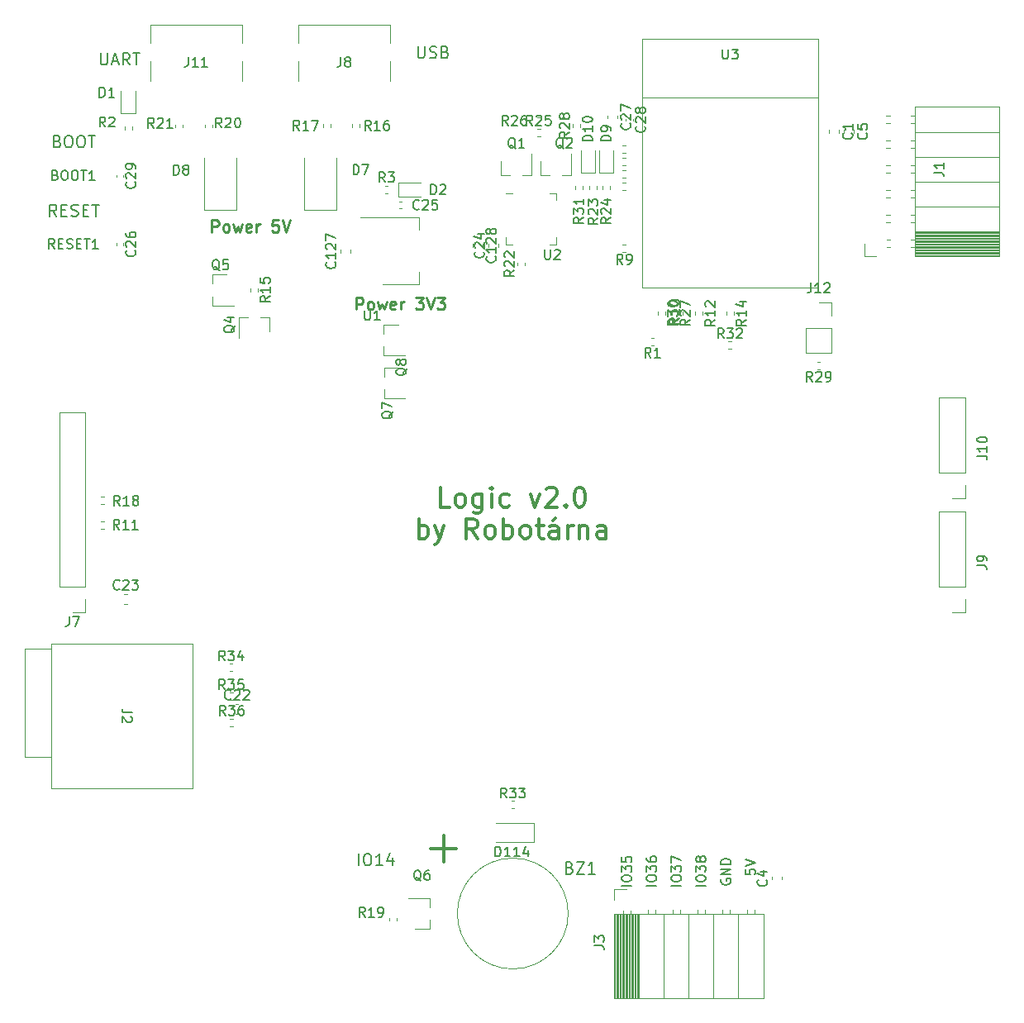
<source format=gto>
G04 #@! TF.GenerationSoftware,KiCad,Pcbnew,6.0.2+dfsg-1*
G04 #@! TF.CreationDate,2023-02-17T06:09:52+01:00*
G04 #@! TF.ProjectId,procesor,70726f63-6573-46f7-922e-6b696361645f,rev?*
G04 #@! TF.SameCoordinates,Original*
G04 #@! TF.FileFunction,Legend,Top*
G04 #@! TF.FilePolarity,Positive*
%FSLAX46Y46*%
G04 Gerber Fmt 4.6, Leading zero omitted, Abs format (unit mm)*
G04 Created by KiCad (PCBNEW 6.0.2+dfsg-1) date 2023-02-17 06:09:52*
%MOMM*%
%LPD*%
G01*
G04 APERTURE LIST*
%ADD10C,0.200000*%
%ADD11C,0.250000*%
%ADD12C,0.300000*%
%ADD13C,0.150000*%
%ADD14C,0.120000*%
%ADD15C,0.050000*%
G04 APERTURE END LIST*
D10*
X99559642Y-68975357D02*
X99159642Y-68403928D01*
X98873928Y-68975357D02*
X98873928Y-67775357D01*
X99331071Y-67775357D01*
X99445357Y-67832500D01*
X99502500Y-67889642D01*
X99559642Y-68003928D01*
X99559642Y-68175357D01*
X99502500Y-68289642D01*
X99445357Y-68346785D01*
X99331071Y-68403928D01*
X98873928Y-68403928D01*
X100073928Y-68346785D02*
X100473928Y-68346785D01*
X100645357Y-68975357D02*
X100073928Y-68975357D01*
X100073928Y-67775357D01*
X100645357Y-67775357D01*
X101102500Y-68918214D02*
X101273928Y-68975357D01*
X101559642Y-68975357D01*
X101673928Y-68918214D01*
X101731071Y-68861071D01*
X101788214Y-68746785D01*
X101788214Y-68632500D01*
X101731071Y-68518214D01*
X101673928Y-68461071D01*
X101559642Y-68403928D01*
X101331071Y-68346785D01*
X101216785Y-68289642D01*
X101159642Y-68232500D01*
X101102500Y-68118214D01*
X101102500Y-68003928D01*
X101159642Y-67889642D01*
X101216785Y-67832500D01*
X101331071Y-67775357D01*
X101616785Y-67775357D01*
X101788214Y-67832500D01*
X102302500Y-68346785D02*
X102702500Y-68346785D01*
X102873928Y-68975357D02*
X102302500Y-68975357D01*
X102302500Y-67775357D01*
X102873928Y-67775357D01*
X103216785Y-67775357D02*
X103902500Y-67775357D01*
X103559642Y-68975357D02*
X103559642Y-67775357D01*
D11*
X115493214Y-70565357D02*
X115493214Y-69365357D01*
X115950357Y-69365357D01*
X116064642Y-69422500D01*
X116121785Y-69479642D01*
X116178928Y-69593928D01*
X116178928Y-69765357D01*
X116121785Y-69879642D01*
X116064642Y-69936785D01*
X115950357Y-69993928D01*
X115493214Y-69993928D01*
X116864642Y-70565357D02*
X116750357Y-70508214D01*
X116693214Y-70451071D01*
X116636071Y-70336785D01*
X116636071Y-69993928D01*
X116693214Y-69879642D01*
X116750357Y-69822500D01*
X116864642Y-69765357D01*
X117036071Y-69765357D01*
X117150357Y-69822500D01*
X117207500Y-69879642D01*
X117264642Y-69993928D01*
X117264642Y-70336785D01*
X117207500Y-70451071D01*
X117150357Y-70508214D01*
X117036071Y-70565357D01*
X116864642Y-70565357D01*
X117664642Y-69765357D02*
X117893214Y-70565357D01*
X118121785Y-69993928D01*
X118350357Y-70565357D01*
X118578928Y-69765357D01*
X119493214Y-70508214D02*
X119378928Y-70565357D01*
X119150357Y-70565357D01*
X119036071Y-70508214D01*
X118978928Y-70393928D01*
X118978928Y-69936785D01*
X119036071Y-69822500D01*
X119150357Y-69765357D01*
X119378928Y-69765357D01*
X119493214Y-69822500D01*
X119550357Y-69936785D01*
X119550357Y-70051071D01*
X118978928Y-70165357D01*
X120064642Y-70565357D02*
X120064642Y-69765357D01*
X120064642Y-69993928D02*
X120121785Y-69879642D01*
X120178928Y-69822500D01*
X120293214Y-69765357D01*
X120407500Y-69765357D01*
X122293214Y-69365357D02*
X121721785Y-69365357D01*
X121664642Y-69936785D01*
X121721785Y-69879642D01*
X121836071Y-69822500D01*
X122121785Y-69822500D01*
X122236071Y-69879642D01*
X122293214Y-69936785D01*
X122350357Y-70051071D01*
X122350357Y-70336785D01*
X122293214Y-70451071D01*
X122236071Y-70508214D01*
X122121785Y-70565357D01*
X121836071Y-70565357D01*
X121721785Y-70508214D01*
X121664642Y-70451071D01*
X122693214Y-69365357D02*
X123093214Y-70565357D01*
X123493214Y-69365357D01*
X130281785Y-78510357D02*
X130281785Y-77310357D01*
X130738928Y-77310357D01*
X130853214Y-77367500D01*
X130910357Y-77424642D01*
X130967500Y-77538928D01*
X130967500Y-77710357D01*
X130910357Y-77824642D01*
X130853214Y-77881785D01*
X130738928Y-77938928D01*
X130281785Y-77938928D01*
X131653214Y-78510357D02*
X131538928Y-78453214D01*
X131481785Y-78396071D01*
X131424642Y-78281785D01*
X131424642Y-77938928D01*
X131481785Y-77824642D01*
X131538928Y-77767500D01*
X131653214Y-77710357D01*
X131824642Y-77710357D01*
X131938928Y-77767500D01*
X131996071Y-77824642D01*
X132053214Y-77938928D01*
X132053214Y-78281785D01*
X131996071Y-78396071D01*
X131938928Y-78453214D01*
X131824642Y-78510357D01*
X131653214Y-78510357D01*
X132453214Y-77710357D02*
X132681785Y-78510357D01*
X132910357Y-77938928D01*
X133138928Y-78510357D01*
X133367500Y-77710357D01*
X134281785Y-78453214D02*
X134167500Y-78510357D01*
X133938928Y-78510357D01*
X133824642Y-78453214D01*
X133767500Y-78338928D01*
X133767500Y-77881785D01*
X133824642Y-77767500D01*
X133938928Y-77710357D01*
X134167500Y-77710357D01*
X134281785Y-77767500D01*
X134338928Y-77881785D01*
X134338928Y-77996071D01*
X133767500Y-78110357D01*
X134853214Y-78510357D02*
X134853214Y-77710357D01*
X134853214Y-77938928D02*
X134910357Y-77824642D01*
X134967500Y-77767500D01*
X135081785Y-77710357D01*
X135196071Y-77710357D01*
X136396071Y-77310357D02*
X137138928Y-77310357D01*
X136738928Y-77767500D01*
X136910357Y-77767500D01*
X137024642Y-77824642D01*
X137081785Y-77881785D01*
X137138928Y-77996071D01*
X137138928Y-78281785D01*
X137081785Y-78396071D01*
X137024642Y-78453214D01*
X136910357Y-78510357D01*
X136567500Y-78510357D01*
X136453214Y-78453214D01*
X136396071Y-78396071D01*
X137481785Y-77310357D02*
X137881785Y-78510357D01*
X138281785Y-77310357D01*
X138567500Y-77310357D02*
X139310357Y-77310357D01*
X138910357Y-77767500D01*
X139081785Y-77767500D01*
X139196071Y-77824642D01*
X139253214Y-77881785D01*
X139310357Y-77996071D01*
X139310357Y-78281785D01*
X139253214Y-78396071D01*
X139196071Y-78453214D01*
X139081785Y-78510357D01*
X138738928Y-78510357D01*
X138624642Y-78453214D01*
X138567500Y-78396071D01*
D12*
X137874166Y-133757500D02*
X140540833Y-133757500D01*
X139207500Y-135090833D02*
X139207500Y-132424166D01*
D10*
X99673928Y-61271785D02*
X99845357Y-61328928D01*
X99902500Y-61386071D01*
X99959642Y-61500357D01*
X99959642Y-61671785D01*
X99902500Y-61786071D01*
X99845357Y-61843214D01*
X99731071Y-61900357D01*
X99273928Y-61900357D01*
X99273928Y-60700357D01*
X99673928Y-60700357D01*
X99788214Y-60757500D01*
X99845357Y-60814642D01*
X99902500Y-60928928D01*
X99902500Y-61043214D01*
X99845357Y-61157500D01*
X99788214Y-61214642D01*
X99673928Y-61271785D01*
X99273928Y-61271785D01*
X100702500Y-60700357D02*
X100931071Y-60700357D01*
X101045357Y-60757500D01*
X101159642Y-60871785D01*
X101216785Y-61100357D01*
X101216785Y-61500357D01*
X101159642Y-61728928D01*
X101045357Y-61843214D01*
X100931071Y-61900357D01*
X100702500Y-61900357D01*
X100588214Y-61843214D01*
X100473928Y-61728928D01*
X100416785Y-61500357D01*
X100416785Y-61100357D01*
X100473928Y-60871785D01*
X100588214Y-60757500D01*
X100702500Y-60700357D01*
X101959642Y-60700357D02*
X102188214Y-60700357D01*
X102302500Y-60757500D01*
X102416785Y-60871785D01*
X102473928Y-61100357D01*
X102473928Y-61500357D01*
X102416785Y-61728928D01*
X102302500Y-61843214D01*
X102188214Y-61900357D01*
X101959642Y-61900357D01*
X101845357Y-61843214D01*
X101731071Y-61728928D01*
X101673928Y-61500357D01*
X101673928Y-61100357D01*
X101731071Y-60871785D01*
X101845357Y-60757500D01*
X101959642Y-60700357D01*
X102816785Y-60700357D02*
X103502500Y-60700357D01*
X103159642Y-61900357D02*
X103159642Y-60700357D01*
D13*
X170164880Y-135882976D02*
X170164880Y-136359166D01*
X170641071Y-136406785D01*
X170593452Y-136359166D01*
X170545833Y-136263928D01*
X170545833Y-136025833D01*
X170593452Y-135930595D01*
X170641071Y-135882976D01*
X170736309Y-135835357D01*
X170974404Y-135835357D01*
X171069642Y-135882976D01*
X171117261Y-135930595D01*
X171164880Y-136025833D01*
X171164880Y-136263928D01*
X171117261Y-136359166D01*
X171069642Y-136406785D01*
X170164880Y-135549642D02*
X171164880Y-135216309D01*
X170164880Y-134882976D01*
D10*
X130516071Y-135470357D02*
X130516071Y-134270357D01*
X131316071Y-134270357D02*
X131544642Y-134270357D01*
X131658928Y-134327500D01*
X131773214Y-134441785D01*
X131830357Y-134670357D01*
X131830357Y-135070357D01*
X131773214Y-135298928D01*
X131658928Y-135413214D01*
X131544642Y-135470357D01*
X131316071Y-135470357D01*
X131201785Y-135413214D01*
X131087500Y-135298928D01*
X131030357Y-135070357D01*
X131030357Y-134670357D01*
X131087500Y-134441785D01*
X131201785Y-134327500D01*
X131316071Y-134270357D01*
X132973214Y-135470357D02*
X132287500Y-135470357D01*
X132630357Y-135470357D02*
X132630357Y-134270357D01*
X132516071Y-134441785D01*
X132401785Y-134556071D01*
X132287500Y-134613214D01*
X134001785Y-134670357D02*
X134001785Y-135470357D01*
X133716071Y-134213214D02*
X133430357Y-135070357D01*
X134173214Y-135070357D01*
X104093214Y-52250357D02*
X104093214Y-53221785D01*
X104150357Y-53336071D01*
X104207500Y-53393214D01*
X104321785Y-53450357D01*
X104550357Y-53450357D01*
X104664642Y-53393214D01*
X104721785Y-53336071D01*
X104778928Y-53221785D01*
X104778928Y-52250357D01*
X105293214Y-53107500D02*
X105864642Y-53107500D01*
X105178928Y-53450357D02*
X105578928Y-52250357D01*
X105978928Y-53450357D01*
X107064642Y-53450357D02*
X106664642Y-52878928D01*
X106378928Y-53450357D02*
X106378928Y-52250357D01*
X106836071Y-52250357D01*
X106950357Y-52307500D01*
X107007500Y-52364642D01*
X107064642Y-52478928D01*
X107064642Y-52650357D01*
X107007500Y-52764642D01*
X106950357Y-52821785D01*
X106836071Y-52878928D01*
X106378928Y-52878928D01*
X107407500Y-52250357D02*
X108093214Y-52250357D01*
X107750357Y-53450357D02*
X107750357Y-52250357D01*
D13*
X163549880Y-137553690D02*
X162549880Y-137553690D01*
X162549880Y-136887023D02*
X162549880Y-136696547D01*
X162597500Y-136601309D01*
X162692738Y-136506071D01*
X162883214Y-136458452D01*
X163216547Y-136458452D01*
X163407023Y-136506071D01*
X163502261Y-136601309D01*
X163549880Y-136696547D01*
X163549880Y-136887023D01*
X163502261Y-136982261D01*
X163407023Y-137077500D01*
X163216547Y-137125119D01*
X162883214Y-137125119D01*
X162692738Y-137077500D01*
X162597500Y-136982261D01*
X162549880Y-136887023D01*
X162549880Y-136125119D02*
X162549880Y-135506071D01*
X162930833Y-135839404D01*
X162930833Y-135696547D01*
X162978452Y-135601309D01*
X163026071Y-135553690D01*
X163121309Y-135506071D01*
X163359404Y-135506071D01*
X163454642Y-135553690D01*
X163502261Y-135601309D01*
X163549880Y-135696547D01*
X163549880Y-135982261D01*
X163502261Y-136077500D01*
X163454642Y-136125119D01*
X162549880Y-135172738D02*
X162549880Y-134506071D01*
X163549880Y-134934642D01*
X158469880Y-137568690D02*
X157469880Y-137568690D01*
X157469880Y-136902023D02*
X157469880Y-136711547D01*
X157517500Y-136616309D01*
X157612738Y-136521071D01*
X157803214Y-136473452D01*
X158136547Y-136473452D01*
X158327023Y-136521071D01*
X158422261Y-136616309D01*
X158469880Y-136711547D01*
X158469880Y-136902023D01*
X158422261Y-136997261D01*
X158327023Y-137092500D01*
X158136547Y-137140119D01*
X157803214Y-137140119D01*
X157612738Y-137092500D01*
X157517500Y-136997261D01*
X157469880Y-136902023D01*
X157469880Y-136140119D02*
X157469880Y-135521071D01*
X157850833Y-135854404D01*
X157850833Y-135711547D01*
X157898452Y-135616309D01*
X157946071Y-135568690D01*
X158041309Y-135521071D01*
X158279404Y-135521071D01*
X158374642Y-135568690D01*
X158422261Y-135616309D01*
X158469880Y-135711547D01*
X158469880Y-135997261D01*
X158422261Y-136092500D01*
X158374642Y-136140119D01*
X157469880Y-134616309D02*
X157469880Y-135092500D01*
X157946071Y-135140119D01*
X157898452Y-135092500D01*
X157850833Y-134997261D01*
X157850833Y-134759166D01*
X157898452Y-134663928D01*
X157946071Y-134616309D01*
X158041309Y-134568690D01*
X158279404Y-134568690D01*
X158374642Y-134616309D01*
X158422261Y-134663928D01*
X158469880Y-134759166D01*
X158469880Y-134997261D01*
X158422261Y-135092500D01*
X158374642Y-135140119D01*
X166079880Y-137563690D02*
X165079880Y-137563690D01*
X165079880Y-136897023D02*
X165079880Y-136706547D01*
X165127500Y-136611309D01*
X165222738Y-136516071D01*
X165413214Y-136468452D01*
X165746547Y-136468452D01*
X165937023Y-136516071D01*
X166032261Y-136611309D01*
X166079880Y-136706547D01*
X166079880Y-136897023D01*
X166032261Y-136992261D01*
X165937023Y-137087500D01*
X165746547Y-137135119D01*
X165413214Y-137135119D01*
X165222738Y-137087500D01*
X165127500Y-136992261D01*
X165079880Y-136897023D01*
X165079880Y-136135119D02*
X165079880Y-135516071D01*
X165460833Y-135849404D01*
X165460833Y-135706547D01*
X165508452Y-135611309D01*
X165556071Y-135563690D01*
X165651309Y-135516071D01*
X165889404Y-135516071D01*
X165984642Y-135563690D01*
X166032261Y-135611309D01*
X166079880Y-135706547D01*
X166079880Y-135992261D01*
X166032261Y-136087500D01*
X165984642Y-136135119D01*
X165508452Y-134944642D02*
X165460833Y-135039880D01*
X165413214Y-135087500D01*
X165317976Y-135135119D01*
X165270357Y-135135119D01*
X165175119Y-135087500D01*
X165127500Y-135039880D01*
X165079880Y-134944642D01*
X165079880Y-134754166D01*
X165127500Y-134658928D01*
X165175119Y-134611309D01*
X165270357Y-134563690D01*
X165317976Y-134563690D01*
X165413214Y-134611309D01*
X165460833Y-134658928D01*
X165508452Y-134754166D01*
X165508452Y-134944642D01*
X165556071Y-135039880D01*
X165603690Y-135087500D01*
X165698928Y-135135119D01*
X165889404Y-135135119D01*
X165984642Y-135087500D01*
X166032261Y-135039880D01*
X166079880Y-134944642D01*
X166079880Y-134754166D01*
X166032261Y-134658928D01*
X165984642Y-134611309D01*
X165889404Y-134563690D01*
X165698928Y-134563690D01*
X165603690Y-134611309D01*
X165556071Y-134658928D01*
X165508452Y-134754166D01*
X167682500Y-136884404D02*
X167634880Y-136979642D01*
X167634880Y-137122500D01*
X167682500Y-137265357D01*
X167777738Y-137360595D01*
X167872976Y-137408214D01*
X168063452Y-137455833D01*
X168206309Y-137455833D01*
X168396785Y-137408214D01*
X168492023Y-137360595D01*
X168587261Y-137265357D01*
X168634880Y-137122500D01*
X168634880Y-137027261D01*
X168587261Y-136884404D01*
X168539642Y-136836785D01*
X168206309Y-136836785D01*
X168206309Y-137027261D01*
X168634880Y-136408214D02*
X167634880Y-136408214D01*
X168634880Y-135836785D01*
X167634880Y-135836785D01*
X168634880Y-135360595D02*
X167634880Y-135360595D01*
X167634880Y-135122500D01*
X167682500Y-134979642D01*
X167777738Y-134884404D01*
X167872976Y-134836785D01*
X168063452Y-134789166D01*
X168206309Y-134789166D01*
X168396785Y-134836785D01*
X168492023Y-134884404D01*
X168587261Y-134979642D01*
X168634880Y-135122500D01*
X168634880Y-135360595D01*
D12*
X139828928Y-98752261D02*
X138876547Y-98752261D01*
X138876547Y-96752261D01*
X140781309Y-98752261D02*
X140590833Y-98657023D01*
X140495595Y-98561785D01*
X140400357Y-98371309D01*
X140400357Y-97799880D01*
X140495595Y-97609404D01*
X140590833Y-97514166D01*
X140781309Y-97418928D01*
X141067023Y-97418928D01*
X141257500Y-97514166D01*
X141352738Y-97609404D01*
X141447976Y-97799880D01*
X141447976Y-98371309D01*
X141352738Y-98561785D01*
X141257500Y-98657023D01*
X141067023Y-98752261D01*
X140781309Y-98752261D01*
X143162261Y-97418928D02*
X143162261Y-99037976D01*
X143067023Y-99228452D01*
X142971785Y-99323690D01*
X142781309Y-99418928D01*
X142495595Y-99418928D01*
X142305119Y-99323690D01*
X143162261Y-98657023D02*
X142971785Y-98752261D01*
X142590833Y-98752261D01*
X142400357Y-98657023D01*
X142305119Y-98561785D01*
X142209880Y-98371309D01*
X142209880Y-97799880D01*
X142305119Y-97609404D01*
X142400357Y-97514166D01*
X142590833Y-97418928D01*
X142971785Y-97418928D01*
X143162261Y-97514166D01*
X144114642Y-98752261D02*
X144114642Y-97418928D01*
X144114642Y-96752261D02*
X144019404Y-96847500D01*
X144114642Y-96942738D01*
X144209880Y-96847500D01*
X144114642Y-96752261D01*
X144114642Y-96942738D01*
X145924166Y-98657023D02*
X145733690Y-98752261D01*
X145352738Y-98752261D01*
X145162261Y-98657023D01*
X145067023Y-98561785D01*
X144971785Y-98371309D01*
X144971785Y-97799880D01*
X145067023Y-97609404D01*
X145162261Y-97514166D01*
X145352738Y-97418928D01*
X145733690Y-97418928D01*
X145924166Y-97514166D01*
X148114642Y-97418928D02*
X148590833Y-98752261D01*
X149067023Y-97418928D01*
X149733690Y-96942738D02*
X149828928Y-96847500D01*
X150019404Y-96752261D01*
X150495595Y-96752261D01*
X150686071Y-96847500D01*
X150781309Y-96942738D01*
X150876547Y-97133214D01*
X150876547Y-97323690D01*
X150781309Y-97609404D01*
X149638452Y-98752261D01*
X150876547Y-98752261D01*
X151733690Y-98561785D02*
X151828928Y-98657023D01*
X151733690Y-98752261D01*
X151638452Y-98657023D01*
X151733690Y-98561785D01*
X151733690Y-98752261D01*
X153067023Y-96752261D02*
X153257500Y-96752261D01*
X153447976Y-96847500D01*
X153543214Y-96942738D01*
X153638452Y-97133214D01*
X153733690Y-97514166D01*
X153733690Y-97990357D01*
X153638452Y-98371309D01*
X153543214Y-98561785D01*
X153447976Y-98657023D01*
X153257500Y-98752261D01*
X153067023Y-98752261D01*
X152876547Y-98657023D01*
X152781309Y-98561785D01*
X152686071Y-98371309D01*
X152590833Y-97990357D01*
X152590833Y-97514166D01*
X152686071Y-97133214D01*
X152781309Y-96942738D01*
X152876547Y-96847500D01*
X153067023Y-96752261D01*
X136686071Y-101972261D02*
X136686071Y-99972261D01*
X136686071Y-100734166D02*
X136876547Y-100638928D01*
X137257500Y-100638928D01*
X137447976Y-100734166D01*
X137543214Y-100829404D01*
X137638452Y-101019880D01*
X137638452Y-101591309D01*
X137543214Y-101781785D01*
X137447976Y-101877023D01*
X137257500Y-101972261D01*
X136876547Y-101972261D01*
X136686071Y-101877023D01*
X138305119Y-100638928D02*
X138781309Y-101972261D01*
X139257500Y-100638928D02*
X138781309Y-101972261D01*
X138590833Y-102448452D01*
X138495595Y-102543690D01*
X138305119Y-102638928D01*
X142686071Y-101972261D02*
X142019404Y-101019880D01*
X141543214Y-101972261D02*
X141543214Y-99972261D01*
X142305119Y-99972261D01*
X142495595Y-100067500D01*
X142590833Y-100162738D01*
X142686071Y-100353214D01*
X142686071Y-100638928D01*
X142590833Y-100829404D01*
X142495595Y-100924642D01*
X142305119Y-101019880D01*
X141543214Y-101019880D01*
X143828928Y-101972261D02*
X143638452Y-101877023D01*
X143543214Y-101781785D01*
X143447976Y-101591309D01*
X143447976Y-101019880D01*
X143543214Y-100829404D01*
X143638452Y-100734166D01*
X143828928Y-100638928D01*
X144114642Y-100638928D01*
X144305119Y-100734166D01*
X144400357Y-100829404D01*
X144495595Y-101019880D01*
X144495595Y-101591309D01*
X144400357Y-101781785D01*
X144305119Y-101877023D01*
X144114642Y-101972261D01*
X143828928Y-101972261D01*
X145352738Y-101972261D02*
X145352738Y-99972261D01*
X145352738Y-100734166D02*
X145543214Y-100638928D01*
X145924166Y-100638928D01*
X146114642Y-100734166D01*
X146209880Y-100829404D01*
X146305119Y-101019880D01*
X146305119Y-101591309D01*
X146209880Y-101781785D01*
X146114642Y-101877023D01*
X145924166Y-101972261D01*
X145543214Y-101972261D01*
X145352738Y-101877023D01*
X147447976Y-101972261D02*
X147257500Y-101877023D01*
X147162261Y-101781785D01*
X147067023Y-101591309D01*
X147067023Y-101019880D01*
X147162261Y-100829404D01*
X147257500Y-100734166D01*
X147447976Y-100638928D01*
X147733690Y-100638928D01*
X147924166Y-100734166D01*
X148019404Y-100829404D01*
X148114642Y-101019880D01*
X148114642Y-101591309D01*
X148019404Y-101781785D01*
X147924166Y-101877023D01*
X147733690Y-101972261D01*
X147447976Y-101972261D01*
X148686071Y-100638928D02*
X149447976Y-100638928D01*
X148971785Y-99972261D02*
X148971785Y-101686547D01*
X149067023Y-101877023D01*
X149257500Y-101972261D01*
X149447976Y-101972261D01*
X150971785Y-101972261D02*
X150971785Y-100924642D01*
X150876547Y-100734166D01*
X150686071Y-100638928D01*
X150305119Y-100638928D01*
X150114642Y-100734166D01*
X150971785Y-101877023D02*
X150781309Y-101972261D01*
X150305119Y-101972261D01*
X150114642Y-101877023D01*
X150019404Y-101686547D01*
X150019404Y-101496071D01*
X150114642Y-101305595D01*
X150305119Y-101210357D01*
X150781309Y-101210357D01*
X150971785Y-101115119D01*
X150686071Y-99877023D02*
X150400357Y-100162738D01*
X151924166Y-101972261D02*
X151924166Y-100638928D01*
X151924166Y-101019880D02*
X152019404Y-100829404D01*
X152114642Y-100734166D01*
X152305119Y-100638928D01*
X152495595Y-100638928D01*
X153162261Y-100638928D02*
X153162261Y-101972261D01*
X153162261Y-100829404D02*
X153257500Y-100734166D01*
X153447976Y-100638928D01*
X153733690Y-100638928D01*
X153924166Y-100734166D01*
X154019404Y-100924642D01*
X154019404Y-101972261D01*
X155828928Y-101972261D02*
X155828928Y-100924642D01*
X155733690Y-100734166D01*
X155543214Y-100638928D01*
X155162261Y-100638928D01*
X154971785Y-100734166D01*
X155828928Y-101877023D02*
X155638452Y-101972261D01*
X155162261Y-101972261D01*
X154971785Y-101877023D01*
X154876547Y-101686547D01*
X154876547Y-101496071D01*
X154971785Y-101305595D01*
X155162261Y-101210357D01*
X155638452Y-101210357D01*
X155828928Y-101115119D01*
D13*
X161009880Y-137558690D02*
X160009880Y-137558690D01*
X160009880Y-136892023D02*
X160009880Y-136701547D01*
X160057500Y-136606309D01*
X160152738Y-136511071D01*
X160343214Y-136463452D01*
X160676547Y-136463452D01*
X160867023Y-136511071D01*
X160962261Y-136606309D01*
X161009880Y-136701547D01*
X161009880Y-136892023D01*
X160962261Y-136987261D01*
X160867023Y-137082500D01*
X160676547Y-137130119D01*
X160343214Y-137130119D01*
X160152738Y-137082500D01*
X160057500Y-136987261D01*
X160009880Y-136892023D01*
X160009880Y-136130119D02*
X160009880Y-135511071D01*
X160390833Y-135844404D01*
X160390833Y-135701547D01*
X160438452Y-135606309D01*
X160486071Y-135558690D01*
X160581309Y-135511071D01*
X160819404Y-135511071D01*
X160914642Y-135558690D01*
X160962261Y-135606309D01*
X161009880Y-135701547D01*
X161009880Y-135987261D01*
X160962261Y-136082500D01*
X160914642Y-136130119D01*
X160009880Y-134653928D02*
X160009880Y-134844404D01*
X160057500Y-134939642D01*
X160105119Y-134987261D01*
X160247976Y-135082500D01*
X160438452Y-135130119D01*
X160819404Y-135130119D01*
X160914642Y-135082500D01*
X160962261Y-135034880D01*
X161009880Y-134939642D01*
X161009880Y-134749166D01*
X160962261Y-134653928D01*
X160914642Y-134606309D01*
X160819404Y-134558690D01*
X160581309Y-134558690D01*
X160486071Y-134606309D01*
X160438452Y-134653928D01*
X160390833Y-134749166D01*
X160390833Y-134939642D01*
X160438452Y-135034880D01*
X160486071Y-135082500D01*
X160581309Y-135130119D01*
D10*
X136593214Y-51550357D02*
X136593214Y-52521785D01*
X136650357Y-52636071D01*
X136707500Y-52693214D01*
X136821785Y-52750357D01*
X137050357Y-52750357D01*
X137164642Y-52693214D01*
X137221785Y-52636071D01*
X137278928Y-52521785D01*
X137278928Y-51550357D01*
X137793214Y-52693214D02*
X137964642Y-52750357D01*
X138250357Y-52750357D01*
X138364642Y-52693214D01*
X138421785Y-52636071D01*
X138478928Y-52521785D01*
X138478928Y-52407500D01*
X138421785Y-52293214D01*
X138364642Y-52236071D01*
X138250357Y-52178928D01*
X138021785Y-52121785D01*
X137907500Y-52064642D01*
X137850357Y-52007500D01*
X137793214Y-51893214D01*
X137793214Y-51778928D01*
X137850357Y-51664642D01*
X137907500Y-51607500D01*
X138021785Y-51550357D01*
X138307500Y-51550357D01*
X138478928Y-51607500D01*
X139393214Y-52121785D02*
X139564642Y-52178928D01*
X139621785Y-52236071D01*
X139678928Y-52350357D01*
X139678928Y-52521785D01*
X139621785Y-52636071D01*
X139564642Y-52693214D01*
X139450357Y-52750357D01*
X138993214Y-52750357D01*
X138993214Y-51550357D01*
X139393214Y-51550357D01*
X139507500Y-51607500D01*
X139564642Y-51664642D01*
X139621785Y-51778928D01*
X139621785Y-51893214D01*
X139564642Y-52007500D01*
X139507500Y-52064642D01*
X139393214Y-52121785D01*
X138993214Y-52121785D01*
D13*
G04 #@! TO.C,R19*
X131164642Y-140759880D02*
X130831309Y-140283690D01*
X130593214Y-140759880D02*
X130593214Y-139759880D01*
X130974166Y-139759880D01*
X131069404Y-139807500D01*
X131117023Y-139855119D01*
X131164642Y-139950357D01*
X131164642Y-140093214D01*
X131117023Y-140188452D01*
X131069404Y-140236071D01*
X130974166Y-140283690D01*
X130593214Y-140283690D01*
X132117023Y-140759880D02*
X131545595Y-140759880D01*
X131831309Y-140759880D02*
X131831309Y-139759880D01*
X131736071Y-139902738D01*
X131640833Y-139997976D01*
X131545595Y-140045595D01*
X132593214Y-140759880D02*
X132783690Y-140759880D01*
X132878928Y-140712261D01*
X132926547Y-140664642D01*
X133021785Y-140521785D01*
X133069404Y-140331309D01*
X133069404Y-139950357D01*
X133021785Y-139855119D01*
X132974166Y-139807500D01*
X132878928Y-139759880D01*
X132688452Y-139759880D01*
X132593214Y-139807500D01*
X132545595Y-139855119D01*
X132497976Y-139950357D01*
X132497976Y-140188452D01*
X132545595Y-140283690D01*
X132593214Y-140331309D01*
X132688452Y-140378928D01*
X132878928Y-140378928D01*
X132974166Y-140331309D01*
X133021785Y-140283690D01*
X133069404Y-140188452D01*
G04 #@! TO.C,J2*
X107285119Y-119826666D02*
X106570833Y-119826666D01*
X106427976Y-119779047D01*
X106332738Y-119683809D01*
X106285119Y-119540952D01*
X106285119Y-119445714D01*
X107189880Y-120255238D02*
X107237500Y-120302857D01*
X107285119Y-120398095D01*
X107285119Y-120636190D01*
X107237500Y-120731428D01*
X107189880Y-120779047D01*
X107094642Y-120826666D01*
X106999404Y-120826666D01*
X106856547Y-120779047D01*
X106285119Y-120207619D01*
X106285119Y-120826666D01*
G04 #@! TO.C,Q6*
X136912261Y-137055119D02*
X136817023Y-137007500D01*
X136721785Y-136912261D01*
X136578928Y-136769404D01*
X136483690Y-136721785D01*
X136388452Y-136721785D01*
X136436071Y-136959880D02*
X136340833Y-136912261D01*
X136245595Y-136817023D01*
X136197976Y-136626547D01*
X136197976Y-136293214D01*
X136245595Y-136102738D01*
X136340833Y-136007500D01*
X136436071Y-135959880D01*
X136626547Y-135959880D01*
X136721785Y-136007500D01*
X136817023Y-136102738D01*
X136864642Y-136293214D01*
X136864642Y-136626547D01*
X136817023Y-136817023D01*
X136721785Y-136912261D01*
X136626547Y-136959880D01*
X136436071Y-136959880D01*
X137721785Y-135959880D02*
X137531309Y-135959880D01*
X137436071Y-136007500D01*
X137388452Y-136055119D01*
X137293214Y-136197976D01*
X137245595Y-136388452D01*
X137245595Y-136769404D01*
X137293214Y-136864642D01*
X137340833Y-136912261D01*
X137436071Y-136959880D01*
X137626547Y-136959880D01*
X137721785Y-136912261D01*
X137769404Y-136864642D01*
X137817023Y-136769404D01*
X137817023Y-136531309D01*
X137769404Y-136436071D01*
X137721785Y-136388452D01*
X137626547Y-136340833D01*
X137436071Y-136340833D01*
X137340833Y-136388452D01*
X137293214Y-136436071D01*
X137245595Y-136531309D01*
G04 #@! TO.C,D114*
X144517023Y-134559880D02*
X144517023Y-133559880D01*
X144755119Y-133559880D01*
X144897976Y-133607500D01*
X144993214Y-133702738D01*
X145040833Y-133797976D01*
X145088452Y-133988452D01*
X145088452Y-134131309D01*
X145040833Y-134321785D01*
X144993214Y-134417023D01*
X144897976Y-134512261D01*
X144755119Y-134559880D01*
X144517023Y-134559880D01*
X146040833Y-134559880D02*
X145469404Y-134559880D01*
X145755119Y-134559880D02*
X145755119Y-133559880D01*
X145659880Y-133702738D01*
X145564642Y-133797976D01*
X145469404Y-133845595D01*
X146993214Y-134559880D02*
X146421785Y-134559880D01*
X146707500Y-134559880D02*
X146707500Y-133559880D01*
X146612261Y-133702738D01*
X146517023Y-133797976D01*
X146421785Y-133845595D01*
X147850357Y-133893214D02*
X147850357Y-134559880D01*
X147612261Y-133512261D02*
X147374166Y-134226547D01*
X147993214Y-134226547D01*
G04 #@! TO.C,R16*
X131759642Y-60149880D02*
X131426309Y-59673690D01*
X131188214Y-60149880D02*
X131188214Y-59149880D01*
X131569166Y-59149880D01*
X131664404Y-59197500D01*
X131712023Y-59245119D01*
X131759642Y-59340357D01*
X131759642Y-59483214D01*
X131712023Y-59578452D01*
X131664404Y-59626071D01*
X131569166Y-59673690D01*
X131188214Y-59673690D01*
X132712023Y-60149880D02*
X132140595Y-60149880D01*
X132426309Y-60149880D02*
X132426309Y-59149880D01*
X132331071Y-59292738D01*
X132235833Y-59387976D01*
X132140595Y-59435595D01*
X133569166Y-59149880D02*
X133378690Y-59149880D01*
X133283452Y-59197500D01*
X133235833Y-59245119D01*
X133140595Y-59387976D01*
X133092976Y-59578452D01*
X133092976Y-59959404D01*
X133140595Y-60054642D01*
X133188214Y-60102261D01*
X133283452Y-60149880D01*
X133473928Y-60149880D01*
X133569166Y-60102261D01*
X133616785Y-60054642D01*
X133664404Y-59959404D01*
X133664404Y-59721309D01*
X133616785Y-59626071D01*
X133569166Y-59578452D01*
X133473928Y-59530833D01*
X133283452Y-59530833D01*
X133188214Y-59578452D01*
X133140595Y-59626071D01*
X133092976Y-59721309D01*
G04 #@! TO.C,R17*
X124434642Y-60149880D02*
X124101309Y-59673690D01*
X123863214Y-60149880D02*
X123863214Y-59149880D01*
X124244166Y-59149880D01*
X124339404Y-59197500D01*
X124387023Y-59245119D01*
X124434642Y-59340357D01*
X124434642Y-59483214D01*
X124387023Y-59578452D01*
X124339404Y-59626071D01*
X124244166Y-59673690D01*
X123863214Y-59673690D01*
X125387023Y-60149880D02*
X124815595Y-60149880D01*
X125101309Y-60149880D02*
X125101309Y-59149880D01*
X125006071Y-59292738D01*
X124910833Y-59387976D01*
X124815595Y-59435595D01*
X125720357Y-59149880D02*
X126387023Y-59149880D01*
X125958452Y-60149880D01*
G04 #@! TO.C,J3*
X154674880Y-143690833D02*
X155389166Y-143690833D01*
X155532023Y-143738452D01*
X155627261Y-143833690D01*
X155674880Y-143976547D01*
X155674880Y-144071785D01*
X154674880Y-143309880D02*
X154674880Y-142690833D01*
X155055833Y-143024166D01*
X155055833Y-142881309D01*
X155103452Y-142786071D01*
X155151071Y-142738452D01*
X155246309Y-142690833D01*
X155484404Y-142690833D01*
X155579642Y-142738452D01*
X155627261Y-142786071D01*
X155674880Y-142881309D01*
X155674880Y-143167023D01*
X155627261Y-143262261D01*
X155579642Y-143309880D01*
G04 #@! TO.C,C24*
X143284642Y-72600357D02*
X143332261Y-72647976D01*
X143379880Y-72790833D01*
X143379880Y-72886071D01*
X143332261Y-73028928D01*
X143237023Y-73124166D01*
X143141785Y-73171785D01*
X142951309Y-73219404D01*
X142808452Y-73219404D01*
X142617976Y-73171785D01*
X142522738Y-73124166D01*
X142427500Y-73028928D01*
X142379880Y-72886071D01*
X142379880Y-72790833D01*
X142427500Y-72647976D01*
X142475119Y-72600357D01*
X142475119Y-72219404D02*
X142427500Y-72171785D01*
X142379880Y-72076547D01*
X142379880Y-71838452D01*
X142427500Y-71743214D01*
X142475119Y-71695595D01*
X142570357Y-71647976D01*
X142665595Y-71647976D01*
X142808452Y-71695595D01*
X143379880Y-72267023D01*
X143379880Y-71647976D01*
X142713214Y-70790833D02*
X143379880Y-70790833D01*
X142332261Y-71028928D02*
X143046547Y-71267023D01*
X143046547Y-70647976D01*
G04 #@! TO.C,U3*
X167800595Y-51854880D02*
X167800595Y-52664404D01*
X167848214Y-52759642D01*
X167895833Y-52807261D01*
X167991071Y-52854880D01*
X168181547Y-52854880D01*
X168276785Y-52807261D01*
X168324404Y-52759642D01*
X168372023Y-52664404D01*
X168372023Y-51854880D01*
X168752976Y-51854880D02*
X169372023Y-51854880D01*
X169038690Y-52235833D01*
X169181547Y-52235833D01*
X169276785Y-52283452D01*
X169324404Y-52331071D01*
X169372023Y-52426309D01*
X169372023Y-52664404D01*
X169324404Y-52759642D01*
X169276785Y-52807261D01*
X169181547Y-52854880D01*
X168895833Y-52854880D01*
X168800595Y-52807261D01*
X168752976Y-52759642D01*
G04 #@! TO.C,C25*
X136704642Y-68194642D02*
X136657023Y-68242261D01*
X136514166Y-68289880D01*
X136418928Y-68289880D01*
X136276071Y-68242261D01*
X136180833Y-68147023D01*
X136133214Y-68051785D01*
X136085595Y-67861309D01*
X136085595Y-67718452D01*
X136133214Y-67527976D01*
X136180833Y-67432738D01*
X136276071Y-67337500D01*
X136418928Y-67289880D01*
X136514166Y-67289880D01*
X136657023Y-67337500D01*
X136704642Y-67385119D01*
X137085595Y-67385119D02*
X137133214Y-67337500D01*
X137228452Y-67289880D01*
X137466547Y-67289880D01*
X137561785Y-67337500D01*
X137609404Y-67385119D01*
X137657023Y-67480357D01*
X137657023Y-67575595D01*
X137609404Y-67718452D01*
X137037976Y-68289880D01*
X137657023Y-68289880D01*
X138561785Y-67289880D02*
X138085595Y-67289880D01*
X138037976Y-67766071D01*
X138085595Y-67718452D01*
X138180833Y-67670833D01*
X138418928Y-67670833D01*
X138514166Y-67718452D01*
X138561785Y-67766071D01*
X138609404Y-67861309D01*
X138609404Y-68099404D01*
X138561785Y-68194642D01*
X138514166Y-68242261D01*
X138418928Y-68289880D01*
X138180833Y-68289880D01*
X138085595Y-68242261D01*
X138037976Y-68194642D01*
G04 #@! TO.C,D2*
X137924904Y-66710880D02*
X137924904Y-65710880D01*
X138163000Y-65710880D01*
X138305857Y-65758500D01*
X138401095Y-65853738D01*
X138448714Y-65948976D01*
X138496333Y-66139452D01*
X138496333Y-66282309D01*
X138448714Y-66472785D01*
X138401095Y-66568023D01*
X138305857Y-66663261D01*
X138163000Y-66710880D01*
X137924904Y-66710880D01*
X138877285Y-65806119D02*
X138924904Y-65758500D01*
X139020142Y-65710880D01*
X139258238Y-65710880D01*
X139353476Y-65758500D01*
X139401095Y-65806119D01*
X139448714Y-65901357D01*
X139448714Y-65996595D01*
X139401095Y-66139452D01*
X138829666Y-66710880D01*
X139448714Y-66710880D01*
G04 #@! TO.C,C1*
X181024642Y-60449166D02*
X181072261Y-60496785D01*
X181119880Y-60639642D01*
X181119880Y-60734880D01*
X181072261Y-60877738D01*
X180977023Y-60972976D01*
X180881785Y-61020595D01*
X180691309Y-61068214D01*
X180548452Y-61068214D01*
X180357976Y-61020595D01*
X180262738Y-60972976D01*
X180167500Y-60877738D01*
X180119880Y-60734880D01*
X180119880Y-60639642D01*
X180167500Y-60496785D01*
X180215119Y-60449166D01*
X181119880Y-59496785D02*
X181119880Y-60068214D01*
X181119880Y-59782500D02*
X180119880Y-59782500D01*
X180262738Y-59877738D01*
X180357976Y-59972976D01*
X180405595Y-60068214D01*
G04 #@! TO.C,C4*
X172274642Y-136959166D02*
X172322261Y-137006785D01*
X172369880Y-137149642D01*
X172369880Y-137244880D01*
X172322261Y-137387738D01*
X172227023Y-137482976D01*
X172131785Y-137530595D01*
X171941309Y-137578214D01*
X171798452Y-137578214D01*
X171607976Y-137530595D01*
X171512738Y-137482976D01*
X171417500Y-137387738D01*
X171369880Y-137244880D01*
X171369880Y-137149642D01*
X171417500Y-137006785D01*
X171465119Y-136959166D01*
X171703214Y-136102023D02*
X172369880Y-136102023D01*
X171322261Y-136340119D02*
X172036547Y-136578214D01*
X172036547Y-135959166D01*
G04 #@! TO.C,D10*
X154454880Y-61229285D02*
X153454880Y-61229285D01*
X153454880Y-60991190D01*
X153502500Y-60848333D01*
X153597738Y-60753095D01*
X153692976Y-60705476D01*
X153883452Y-60657857D01*
X154026309Y-60657857D01*
X154216785Y-60705476D01*
X154312023Y-60753095D01*
X154407261Y-60848333D01*
X154454880Y-60991190D01*
X154454880Y-61229285D01*
X154454880Y-59705476D02*
X154454880Y-60276904D01*
X154454880Y-59991190D02*
X153454880Y-59991190D01*
X153597738Y-60086428D01*
X153692976Y-60181666D01*
X153740595Y-60276904D01*
X153454880Y-59086428D02*
X153454880Y-58991190D01*
X153502500Y-58895952D01*
X153550119Y-58848333D01*
X153645357Y-58800714D01*
X153835833Y-58753095D01*
X154073928Y-58753095D01*
X154264404Y-58800714D01*
X154359642Y-58848333D01*
X154407261Y-58895952D01*
X154454880Y-58991190D01*
X154454880Y-59086428D01*
X154407261Y-59181666D01*
X154359642Y-59229285D01*
X154264404Y-59276904D01*
X154073928Y-59324523D01*
X153835833Y-59324523D01*
X153645357Y-59276904D01*
X153550119Y-59229285D01*
X153502500Y-59181666D01*
X153454880Y-59086428D01*
G04 #@! TO.C,C5*
X182534642Y-60449166D02*
X182582261Y-60496785D01*
X182629880Y-60639642D01*
X182629880Y-60734880D01*
X182582261Y-60877738D01*
X182487023Y-60972976D01*
X182391785Y-61020595D01*
X182201309Y-61068214D01*
X182058452Y-61068214D01*
X181867976Y-61020595D01*
X181772738Y-60972976D01*
X181677500Y-60877738D01*
X181629880Y-60734880D01*
X181629880Y-60639642D01*
X181677500Y-60496785D01*
X181725119Y-60449166D01*
X181629880Y-59544404D02*
X181629880Y-60020595D01*
X182106071Y-60068214D01*
X182058452Y-60020595D01*
X182010833Y-59925357D01*
X182010833Y-59687261D01*
X182058452Y-59592023D01*
X182106071Y-59544404D01*
X182201309Y-59496785D01*
X182439404Y-59496785D01*
X182534642Y-59544404D01*
X182582261Y-59592023D01*
X182629880Y-59687261D01*
X182629880Y-59925357D01*
X182582261Y-60020595D01*
X182534642Y-60068214D01*
G04 #@! TO.C,D1*
X103969404Y-56759880D02*
X103969404Y-55759880D01*
X104207500Y-55759880D01*
X104350357Y-55807500D01*
X104445595Y-55902738D01*
X104493214Y-55997976D01*
X104540833Y-56188452D01*
X104540833Y-56331309D01*
X104493214Y-56521785D01*
X104445595Y-56617023D01*
X104350357Y-56712261D01*
X104207500Y-56759880D01*
X103969404Y-56759880D01*
X105493214Y-56759880D02*
X104921785Y-56759880D01*
X105207500Y-56759880D02*
X105207500Y-55759880D01*
X105112261Y-55902738D01*
X105017023Y-55997976D01*
X104921785Y-56045595D01*
G04 #@! TO.C,Q2*
X151502261Y-62030119D02*
X151407023Y-61982500D01*
X151311785Y-61887261D01*
X151168928Y-61744404D01*
X151073690Y-61696785D01*
X150978452Y-61696785D01*
X151026071Y-61934880D02*
X150930833Y-61887261D01*
X150835595Y-61792023D01*
X150787976Y-61601547D01*
X150787976Y-61268214D01*
X150835595Y-61077738D01*
X150930833Y-60982500D01*
X151026071Y-60934880D01*
X151216547Y-60934880D01*
X151311785Y-60982500D01*
X151407023Y-61077738D01*
X151454642Y-61268214D01*
X151454642Y-61601547D01*
X151407023Y-61792023D01*
X151311785Y-61887261D01*
X151216547Y-61934880D01*
X151026071Y-61934880D01*
X151835595Y-61030119D02*
X151883214Y-60982500D01*
X151978452Y-60934880D01*
X152216547Y-60934880D01*
X152311785Y-60982500D01*
X152359404Y-61030119D01*
X152407023Y-61125357D01*
X152407023Y-61220595D01*
X152359404Y-61363452D01*
X151787976Y-61934880D01*
X152407023Y-61934880D01*
G04 #@! TO.C,R15*
X121424880Y-77150357D02*
X120948690Y-77483690D01*
X121424880Y-77721785D02*
X120424880Y-77721785D01*
X120424880Y-77340833D01*
X120472500Y-77245595D01*
X120520119Y-77197976D01*
X120615357Y-77150357D01*
X120758214Y-77150357D01*
X120853452Y-77197976D01*
X120901071Y-77245595D01*
X120948690Y-77340833D01*
X120948690Y-77721785D01*
X121424880Y-76197976D02*
X121424880Y-76769404D01*
X121424880Y-76483690D02*
X120424880Y-76483690D01*
X120567738Y-76578928D01*
X120662976Y-76674166D01*
X120710595Y-76769404D01*
X120424880Y-75293214D02*
X120424880Y-75769404D01*
X120901071Y-75817023D01*
X120853452Y-75769404D01*
X120805833Y-75674166D01*
X120805833Y-75436071D01*
X120853452Y-75340833D01*
X120901071Y-75293214D01*
X120996309Y-75245595D01*
X121234404Y-75245595D01*
X121329642Y-75293214D01*
X121377261Y-75340833D01*
X121424880Y-75436071D01*
X121424880Y-75674166D01*
X121377261Y-75769404D01*
X121329642Y-75817023D01*
G04 #@! TO.C,Q5*
X116272261Y-74510119D02*
X116177023Y-74462500D01*
X116081785Y-74367261D01*
X115938928Y-74224404D01*
X115843690Y-74176785D01*
X115748452Y-74176785D01*
X115796071Y-74414880D02*
X115700833Y-74367261D01*
X115605595Y-74272023D01*
X115557976Y-74081547D01*
X115557976Y-73748214D01*
X115605595Y-73557738D01*
X115700833Y-73462500D01*
X115796071Y-73414880D01*
X115986547Y-73414880D01*
X116081785Y-73462500D01*
X116177023Y-73557738D01*
X116224642Y-73748214D01*
X116224642Y-74081547D01*
X116177023Y-74272023D01*
X116081785Y-74367261D01*
X115986547Y-74414880D01*
X115796071Y-74414880D01*
X117129404Y-73414880D02*
X116653214Y-73414880D01*
X116605595Y-73891071D01*
X116653214Y-73843452D01*
X116748452Y-73795833D01*
X116986547Y-73795833D01*
X117081785Y-73843452D01*
X117129404Y-73891071D01*
X117177023Y-73986309D01*
X117177023Y-74224404D01*
X117129404Y-74319642D01*
X117081785Y-74367261D01*
X116986547Y-74414880D01*
X116748452Y-74414880D01*
X116653214Y-74367261D01*
X116605595Y-74319642D01*
G04 #@! TO.C,R3*
X133199333Y-65456880D02*
X132866000Y-64980690D01*
X132627904Y-65456880D02*
X132627904Y-64456880D01*
X133008857Y-64456880D01*
X133104095Y-64504500D01*
X133151714Y-64552119D01*
X133199333Y-64647357D01*
X133199333Y-64790214D01*
X133151714Y-64885452D01*
X133104095Y-64933071D01*
X133008857Y-64980690D01*
X132627904Y-64980690D01*
X133532666Y-64456880D02*
X134151714Y-64456880D01*
X133818380Y-64837833D01*
X133961238Y-64837833D01*
X134056476Y-64885452D01*
X134104095Y-64933071D01*
X134151714Y-65028309D01*
X134151714Y-65266404D01*
X134104095Y-65361642D01*
X134056476Y-65409261D01*
X133961238Y-65456880D01*
X133675523Y-65456880D01*
X133580285Y-65409261D01*
X133532666Y-65361642D01*
G04 #@! TO.C,R10*
X163359880Y-79430357D02*
X162883690Y-79763690D01*
X163359880Y-80001785D02*
X162359880Y-80001785D01*
X162359880Y-79620833D01*
X162407500Y-79525595D01*
X162455119Y-79477976D01*
X162550357Y-79430357D01*
X162693214Y-79430357D01*
X162788452Y-79477976D01*
X162836071Y-79525595D01*
X162883690Y-79620833D01*
X162883690Y-80001785D01*
X163359880Y-78477976D02*
X163359880Y-79049404D01*
X163359880Y-78763690D02*
X162359880Y-78763690D01*
X162502738Y-78858928D01*
X162597976Y-78954166D01*
X162645595Y-79049404D01*
X162359880Y-77858928D02*
X162359880Y-77763690D01*
X162407500Y-77668452D01*
X162455119Y-77620833D01*
X162550357Y-77573214D01*
X162740833Y-77525595D01*
X162978928Y-77525595D01*
X163169404Y-77573214D01*
X163264642Y-77620833D01*
X163312261Y-77668452D01*
X163359880Y-77763690D01*
X163359880Y-77858928D01*
X163312261Y-77954166D01*
X163264642Y-78001785D01*
X163169404Y-78049404D01*
X162978928Y-78097023D01*
X162740833Y-78097023D01*
X162550357Y-78049404D01*
X162455119Y-78001785D01*
X162407500Y-77954166D01*
X162359880Y-77858928D01*
G04 #@! TO.C,R14*
X170204880Y-79555357D02*
X169728690Y-79888690D01*
X170204880Y-80126785D02*
X169204880Y-80126785D01*
X169204880Y-79745833D01*
X169252500Y-79650595D01*
X169300119Y-79602976D01*
X169395357Y-79555357D01*
X169538214Y-79555357D01*
X169633452Y-79602976D01*
X169681071Y-79650595D01*
X169728690Y-79745833D01*
X169728690Y-80126785D01*
X170204880Y-78602976D02*
X170204880Y-79174404D01*
X170204880Y-78888690D02*
X169204880Y-78888690D01*
X169347738Y-78983928D01*
X169442976Y-79079166D01*
X169490595Y-79174404D01*
X169538214Y-77745833D02*
X170204880Y-77745833D01*
X169157261Y-77983928D02*
X169871547Y-78222023D01*
X169871547Y-77602976D01*
G04 #@! TO.C,Q4*
X117850119Y-80157738D02*
X117802500Y-80252976D01*
X117707261Y-80348214D01*
X117564404Y-80491071D01*
X117516785Y-80586309D01*
X117516785Y-80681547D01*
X117754880Y-80633928D02*
X117707261Y-80729166D01*
X117612023Y-80824404D01*
X117421547Y-80872023D01*
X117088214Y-80872023D01*
X116897738Y-80824404D01*
X116802500Y-80729166D01*
X116754880Y-80633928D01*
X116754880Y-80443452D01*
X116802500Y-80348214D01*
X116897738Y-80252976D01*
X117088214Y-80205357D01*
X117421547Y-80205357D01*
X117612023Y-80252976D01*
X117707261Y-80348214D01*
X117754880Y-80443452D01*
X117754880Y-80633928D01*
X117088214Y-79348214D02*
X117754880Y-79348214D01*
X116707261Y-79586309D02*
X117421547Y-79824404D01*
X117421547Y-79205357D01*
G04 #@! TO.C,R9*
X157560833Y-73859880D02*
X157227500Y-73383690D01*
X156989404Y-73859880D02*
X156989404Y-72859880D01*
X157370357Y-72859880D01*
X157465595Y-72907500D01*
X157513214Y-72955119D01*
X157560833Y-73050357D01*
X157560833Y-73193214D01*
X157513214Y-73288452D01*
X157465595Y-73336071D01*
X157370357Y-73383690D01*
X156989404Y-73383690D01*
X158037023Y-73859880D02*
X158227500Y-73859880D01*
X158322738Y-73812261D01*
X158370357Y-73764642D01*
X158465595Y-73621785D01*
X158513214Y-73431309D01*
X158513214Y-73050357D01*
X158465595Y-72955119D01*
X158417976Y-72907500D01*
X158322738Y-72859880D01*
X158132261Y-72859880D01*
X158037023Y-72907500D01*
X157989404Y-72955119D01*
X157941785Y-73050357D01*
X157941785Y-73288452D01*
X157989404Y-73383690D01*
X158037023Y-73431309D01*
X158132261Y-73478928D01*
X158322738Y-73478928D01*
X158417976Y-73431309D01*
X158465595Y-73383690D01*
X158513214Y-73288452D01*
D10*
G04 #@! TO.C,BZ1*
X152150357Y-135721785D02*
X152321785Y-135778928D01*
X152378928Y-135836071D01*
X152436071Y-135950357D01*
X152436071Y-136121785D01*
X152378928Y-136236071D01*
X152321785Y-136293214D01*
X152207500Y-136350357D01*
X151750357Y-136350357D01*
X151750357Y-135150357D01*
X152150357Y-135150357D01*
X152264642Y-135207500D01*
X152321785Y-135264642D01*
X152378928Y-135378928D01*
X152378928Y-135493214D01*
X152321785Y-135607500D01*
X152264642Y-135664642D01*
X152150357Y-135721785D01*
X151750357Y-135721785D01*
X152836071Y-135150357D02*
X153636071Y-135150357D01*
X152836071Y-136350357D01*
X153636071Y-136350357D01*
X154721785Y-136350357D02*
X154036071Y-136350357D01*
X154378928Y-136350357D02*
X154378928Y-135150357D01*
X154264642Y-135321785D01*
X154150357Y-135436071D01*
X154036071Y-135493214D01*
D13*
G04 #@! TO.C,U2*
X149577595Y-72371880D02*
X149577595Y-73181404D01*
X149625214Y-73276642D01*
X149672833Y-73324261D01*
X149768071Y-73371880D01*
X149958547Y-73371880D01*
X150053785Y-73324261D01*
X150101404Y-73276642D01*
X150149023Y-73181404D01*
X150149023Y-72371880D01*
X150577595Y-72467119D02*
X150625214Y-72419500D01*
X150720452Y-72371880D01*
X150958547Y-72371880D01*
X151053785Y-72419500D01*
X151101404Y-72467119D01*
X151149023Y-72562357D01*
X151149023Y-72657595D01*
X151101404Y-72800452D01*
X150529976Y-73371880D01*
X151149023Y-73371880D01*
G04 #@! TO.C,Q1*
X146582261Y-62035119D02*
X146487023Y-61987500D01*
X146391785Y-61892261D01*
X146248928Y-61749404D01*
X146153690Y-61701785D01*
X146058452Y-61701785D01*
X146106071Y-61939880D02*
X146010833Y-61892261D01*
X145915595Y-61797023D01*
X145867976Y-61606547D01*
X145867976Y-61273214D01*
X145915595Y-61082738D01*
X146010833Y-60987500D01*
X146106071Y-60939880D01*
X146296547Y-60939880D01*
X146391785Y-60987500D01*
X146487023Y-61082738D01*
X146534642Y-61273214D01*
X146534642Y-61606547D01*
X146487023Y-61797023D01*
X146391785Y-61892261D01*
X146296547Y-61939880D01*
X146106071Y-61939880D01*
X147487023Y-61939880D02*
X146915595Y-61939880D01*
X147201309Y-61939880D02*
X147201309Y-60939880D01*
X147106071Y-61082738D01*
X147010833Y-61177976D01*
X146915595Y-61225595D01*
G04 #@! TO.C,R2*
X104565833Y-59794880D02*
X104232500Y-59318690D01*
X103994404Y-59794880D02*
X103994404Y-58794880D01*
X104375357Y-58794880D01*
X104470595Y-58842500D01*
X104518214Y-58890119D01*
X104565833Y-58985357D01*
X104565833Y-59128214D01*
X104518214Y-59223452D01*
X104470595Y-59271071D01*
X104375357Y-59318690D01*
X103994404Y-59318690D01*
X104946785Y-58890119D02*
X104994404Y-58842500D01*
X105089642Y-58794880D01*
X105327738Y-58794880D01*
X105422976Y-58842500D01*
X105470595Y-58890119D01*
X105518214Y-58985357D01*
X105518214Y-59080595D01*
X105470595Y-59223452D01*
X104899166Y-59794880D01*
X105518214Y-59794880D01*
G04 #@! TO.C,Q8*
X135460119Y-84527738D02*
X135412500Y-84622976D01*
X135317261Y-84718214D01*
X135174404Y-84861071D01*
X135126785Y-84956309D01*
X135126785Y-85051547D01*
X135364880Y-85003928D02*
X135317261Y-85099166D01*
X135222023Y-85194404D01*
X135031547Y-85242023D01*
X134698214Y-85242023D01*
X134507738Y-85194404D01*
X134412500Y-85099166D01*
X134364880Y-85003928D01*
X134364880Y-84813452D01*
X134412500Y-84718214D01*
X134507738Y-84622976D01*
X134698214Y-84575357D01*
X135031547Y-84575357D01*
X135222023Y-84622976D01*
X135317261Y-84718214D01*
X135364880Y-84813452D01*
X135364880Y-85003928D01*
X134793452Y-84003928D02*
X134745833Y-84099166D01*
X134698214Y-84146785D01*
X134602976Y-84194404D01*
X134555357Y-84194404D01*
X134460119Y-84146785D01*
X134412500Y-84099166D01*
X134364880Y-84003928D01*
X134364880Y-83813452D01*
X134412500Y-83718214D01*
X134460119Y-83670595D01*
X134555357Y-83622976D01*
X134602976Y-83622976D01*
X134698214Y-83670595D01*
X134745833Y-83718214D01*
X134793452Y-83813452D01*
X134793452Y-84003928D01*
X134841071Y-84099166D01*
X134888690Y-84146785D01*
X134983928Y-84194404D01*
X135174404Y-84194404D01*
X135269642Y-84146785D01*
X135317261Y-84099166D01*
X135364880Y-84003928D01*
X135364880Y-83813452D01*
X135317261Y-83718214D01*
X135269642Y-83670595D01*
X135174404Y-83622976D01*
X134983928Y-83622976D01*
X134888690Y-83670595D01*
X134841071Y-83718214D01*
X134793452Y-83813452D01*
G04 #@! TO.C,R12*
X167029880Y-79560357D02*
X166553690Y-79893690D01*
X167029880Y-80131785D02*
X166029880Y-80131785D01*
X166029880Y-79750833D01*
X166077500Y-79655595D01*
X166125119Y-79607976D01*
X166220357Y-79560357D01*
X166363214Y-79560357D01*
X166458452Y-79607976D01*
X166506071Y-79655595D01*
X166553690Y-79750833D01*
X166553690Y-80131785D01*
X167029880Y-78607976D02*
X167029880Y-79179404D01*
X167029880Y-78893690D02*
X166029880Y-78893690D01*
X166172738Y-78988928D01*
X166267976Y-79084166D01*
X166315595Y-79179404D01*
X166125119Y-78227023D02*
X166077500Y-78179404D01*
X166029880Y-78084166D01*
X166029880Y-77846071D01*
X166077500Y-77750833D01*
X166125119Y-77703214D01*
X166220357Y-77655595D01*
X166315595Y-77655595D01*
X166458452Y-77703214D01*
X167029880Y-78274642D01*
X167029880Y-77655595D01*
G04 #@! TO.C,R18*
X106039642Y-98599880D02*
X105706309Y-98123690D01*
X105468214Y-98599880D02*
X105468214Y-97599880D01*
X105849166Y-97599880D01*
X105944404Y-97647500D01*
X105992023Y-97695119D01*
X106039642Y-97790357D01*
X106039642Y-97933214D01*
X105992023Y-98028452D01*
X105944404Y-98076071D01*
X105849166Y-98123690D01*
X105468214Y-98123690D01*
X106992023Y-98599880D02*
X106420595Y-98599880D01*
X106706309Y-98599880D02*
X106706309Y-97599880D01*
X106611071Y-97742738D01*
X106515833Y-97837976D01*
X106420595Y-97885595D01*
X107563452Y-98028452D02*
X107468214Y-97980833D01*
X107420595Y-97933214D01*
X107372976Y-97837976D01*
X107372976Y-97790357D01*
X107420595Y-97695119D01*
X107468214Y-97647500D01*
X107563452Y-97599880D01*
X107753928Y-97599880D01*
X107849166Y-97647500D01*
X107896785Y-97695119D01*
X107944404Y-97790357D01*
X107944404Y-97837976D01*
X107896785Y-97933214D01*
X107849166Y-97980833D01*
X107753928Y-98028452D01*
X107563452Y-98028452D01*
X107468214Y-98076071D01*
X107420595Y-98123690D01*
X107372976Y-98218928D01*
X107372976Y-98409404D01*
X107420595Y-98504642D01*
X107468214Y-98552261D01*
X107563452Y-98599880D01*
X107753928Y-98599880D01*
X107849166Y-98552261D01*
X107896785Y-98504642D01*
X107944404Y-98409404D01*
X107944404Y-98218928D01*
X107896785Y-98123690D01*
X107849166Y-98076071D01*
X107753928Y-98028452D01*
G04 #@! TO.C,Q7*
X134015119Y-88957738D02*
X133967500Y-89052976D01*
X133872261Y-89148214D01*
X133729404Y-89291071D01*
X133681785Y-89386309D01*
X133681785Y-89481547D01*
X133919880Y-89433928D02*
X133872261Y-89529166D01*
X133777023Y-89624404D01*
X133586547Y-89672023D01*
X133253214Y-89672023D01*
X133062738Y-89624404D01*
X132967500Y-89529166D01*
X132919880Y-89433928D01*
X132919880Y-89243452D01*
X132967500Y-89148214D01*
X133062738Y-89052976D01*
X133253214Y-89005357D01*
X133586547Y-89005357D01*
X133777023Y-89052976D01*
X133872261Y-89148214D01*
X133919880Y-89243452D01*
X133919880Y-89433928D01*
X132919880Y-88672023D02*
X132919880Y-88005357D01*
X133919880Y-88433928D01*
G04 #@! TO.C,R11*
X105994642Y-101044880D02*
X105661309Y-100568690D01*
X105423214Y-101044880D02*
X105423214Y-100044880D01*
X105804166Y-100044880D01*
X105899404Y-100092500D01*
X105947023Y-100140119D01*
X105994642Y-100235357D01*
X105994642Y-100378214D01*
X105947023Y-100473452D01*
X105899404Y-100521071D01*
X105804166Y-100568690D01*
X105423214Y-100568690D01*
X106947023Y-101044880D02*
X106375595Y-101044880D01*
X106661309Y-101044880D02*
X106661309Y-100044880D01*
X106566071Y-100187738D01*
X106470833Y-100282976D01*
X106375595Y-100330595D01*
X107899404Y-101044880D02*
X107327976Y-101044880D01*
X107613690Y-101044880D02*
X107613690Y-100044880D01*
X107518452Y-100187738D01*
X107423214Y-100282976D01*
X107327976Y-100330595D01*
G04 #@! TO.C,U1*
X131130595Y-78604880D02*
X131130595Y-79414404D01*
X131178214Y-79509642D01*
X131225833Y-79557261D01*
X131321071Y-79604880D01*
X131511547Y-79604880D01*
X131606785Y-79557261D01*
X131654404Y-79509642D01*
X131702023Y-79414404D01*
X131702023Y-78604880D01*
X132702023Y-79604880D02*
X132130595Y-79604880D01*
X132416309Y-79604880D02*
X132416309Y-78604880D01*
X132321071Y-78747738D01*
X132225833Y-78842976D01*
X132130595Y-78890595D01*
G04 #@! TO.C,J7*
X100874166Y-109989880D02*
X100874166Y-110704166D01*
X100826547Y-110847023D01*
X100731309Y-110942261D01*
X100588452Y-110989880D01*
X100493214Y-110989880D01*
X101255119Y-109989880D02*
X101921785Y-109989880D01*
X101493214Y-110989880D01*
G04 #@! TO.C,J8*
X128684166Y-52664880D02*
X128684166Y-53379166D01*
X128636547Y-53522023D01*
X128541309Y-53617261D01*
X128398452Y-53664880D01*
X128303214Y-53664880D01*
X129303214Y-53093452D02*
X129207976Y-53045833D01*
X129160357Y-52998214D01*
X129112738Y-52902976D01*
X129112738Y-52855357D01*
X129160357Y-52760119D01*
X129207976Y-52712500D01*
X129303214Y-52664880D01*
X129493690Y-52664880D01*
X129588928Y-52712500D01*
X129636547Y-52760119D01*
X129684166Y-52855357D01*
X129684166Y-52902976D01*
X129636547Y-52998214D01*
X129588928Y-53045833D01*
X129493690Y-53093452D01*
X129303214Y-53093452D01*
X129207976Y-53141071D01*
X129160357Y-53188690D01*
X129112738Y-53283928D01*
X129112738Y-53474404D01*
X129160357Y-53569642D01*
X129207976Y-53617261D01*
X129303214Y-53664880D01*
X129493690Y-53664880D01*
X129588928Y-53617261D01*
X129636547Y-53569642D01*
X129684166Y-53474404D01*
X129684166Y-53283928D01*
X129636547Y-53188690D01*
X129588928Y-53141071D01*
X129493690Y-53093452D01*
G04 #@! TO.C,J9*
X193874880Y-104760833D02*
X194589166Y-104760833D01*
X194732023Y-104808452D01*
X194827261Y-104903690D01*
X194874880Y-105046547D01*
X194874880Y-105141785D01*
X194874880Y-104237023D02*
X194874880Y-104046547D01*
X194827261Y-103951309D01*
X194779642Y-103903690D01*
X194636785Y-103808452D01*
X194446309Y-103760833D01*
X194065357Y-103760833D01*
X193970119Y-103808452D01*
X193922500Y-103856071D01*
X193874880Y-103951309D01*
X193874880Y-104141785D01*
X193922500Y-104237023D01*
X193970119Y-104284642D01*
X194065357Y-104332261D01*
X194303452Y-104332261D01*
X194398690Y-104284642D01*
X194446309Y-104237023D01*
X194493928Y-104141785D01*
X194493928Y-103951309D01*
X194446309Y-103856071D01*
X194398690Y-103808452D01*
X194303452Y-103760833D01*
G04 #@! TO.C,J10*
X193894880Y-93522023D02*
X194609166Y-93522023D01*
X194752023Y-93569642D01*
X194847261Y-93664880D01*
X194894880Y-93807738D01*
X194894880Y-93902976D01*
X194894880Y-92522023D02*
X194894880Y-93093452D01*
X194894880Y-92807738D02*
X193894880Y-92807738D01*
X194037738Y-92902976D01*
X194132976Y-92998214D01*
X194180595Y-93093452D01*
X193894880Y-91902976D02*
X193894880Y-91807738D01*
X193942500Y-91712500D01*
X193990119Y-91664880D01*
X194085357Y-91617261D01*
X194275833Y-91569642D01*
X194513928Y-91569642D01*
X194704404Y-91617261D01*
X194799642Y-91664880D01*
X194847261Y-91712500D01*
X194894880Y-91807738D01*
X194894880Y-91902976D01*
X194847261Y-91998214D01*
X194799642Y-92045833D01*
X194704404Y-92093452D01*
X194513928Y-92141071D01*
X194275833Y-92141071D01*
X194085357Y-92093452D01*
X193990119Y-92045833D01*
X193942500Y-91998214D01*
X193894880Y-91902976D01*
G04 #@! TO.C,BOOT1*
X99444166Y-64746071D02*
X99587023Y-64793690D01*
X99634642Y-64841309D01*
X99682261Y-64936547D01*
X99682261Y-65079404D01*
X99634642Y-65174642D01*
X99587023Y-65222261D01*
X99491785Y-65269880D01*
X99110833Y-65269880D01*
X99110833Y-64269880D01*
X99444166Y-64269880D01*
X99539404Y-64317500D01*
X99587023Y-64365119D01*
X99634642Y-64460357D01*
X99634642Y-64555595D01*
X99587023Y-64650833D01*
X99539404Y-64698452D01*
X99444166Y-64746071D01*
X99110833Y-64746071D01*
X100301309Y-64269880D02*
X100491785Y-64269880D01*
X100587023Y-64317500D01*
X100682261Y-64412738D01*
X100729880Y-64603214D01*
X100729880Y-64936547D01*
X100682261Y-65127023D01*
X100587023Y-65222261D01*
X100491785Y-65269880D01*
X100301309Y-65269880D01*
X100206071Y-65222261D01*
X100110833Y-65127023D01*
X100063214Y-64936547D01*
X100063214Y-64603214D01*
X100110833Y-64412738D01*
X100206071Y-64317500D01*
X100301309Y-64269880D01*
X101348928Y-64269880D02*
X101539404Y-64269880D01*
X101634642Y-64317500D01*
X101729880Y-64412738D01*
X101777500Y-64603214D01*
X101777500Y-64936547D01*
X101729880Y-65127023D01*
X101634642Y-65222261D01*
X101539404Y-65269880D01*
X101348928Y-65269880D01*
X101253690Y-65222261D01*
X101158452Y-65127023D01*
X101110833Y-64936547D01*
X101110833Y-64603214D01*
X101158452Y-64412738D01*
X101253690Y-64317500D01*
X101348928Y-64269880D01*
X102063214Y-64269880D02*
X102634642Y-64269880D01*
X102348928Y-65269880D02*
X102348928Y-64269880D01*
X103491785Y-65269880D02*
X102920357Y-65269880D01*
X103206071Y-65269880D02*
X103206071Y-64269880D01*
X103110833Y-64412738D01*
X103015595Y-64507976D01*
X102920357Y-64555595D01*
G04 #@! TO.C,D7*
X129994404Y-64679880D02*
X129994404Y-63679880D01*
X130232500Y-63679880D01*
X130375357Y-63727500D01*
X130470595Y-63822738D01*
X130518214Y-63917976D01*
X130565833Y-64108452D01*
X130565833Y-64251309D01*
X130518214Y-64441785D01*
X130470595Y-64537023D01*
X130375357Y-64632261D01*
X130232500Y-64679880D01*
X129994404Y-64679880D01*
X130899166Y-63679880D02*
X131565833Y-63679880D01*
X131137261Y-64679880D01*
G04 #@! TO.C,D9*
X156354880Y-61240595D02*
X155354880Y-61240595D01*
X155354880Y-61002500D01*
X155402500Y-60859642D01*
X155497738Y-60764404D01*
X155592976Y-60716785D01*
X155783452Y-60669166D01*
X155926309Y-60669166D01*
X156116785Y-60716785D01*
X156212023Y-60764404D01*
X156307261Y-60859642D01*
X156354880Y-61002500D01*
X156354880Y-61240595D01*
X156354880Y-60192976D02*
X156354880Y-60002500D01*
X156307261Y-59907261D01*
X156259642Y-59859642D01*
X156116785Y-59764404D01*
X155926309Y-59716785D01*
X155545357Y-59716785D01*
X155450119Y-59764404D01*
X155402500Y-59812023D01*
X155354880Y-59907261D01*
X155354880Y-60097738D01*
X155402500Y-60192976D01*
X155450119Y-60240595D01*
X155545357Y-60288214D01*
X155783452Y-60288214D01*
X155878690Y-60240595D01*
X155926309Y-60192976D01*
X155973928Y-60097738D01*
X155973928Y-59907261D01*
X155926309Y-59812023D01*
X155878690Y-59764404D01*
X155783452Y-59716785D01*
G04 #@! TO.C,R21*
X109544642Y-59904880D02*
X109211309Y-59428690D01*
X108973214Y-59904880D02*
X108973214Y-58904880D01*
X109354166Y-58904880D01*
X109449404Y-58952500D01*
X109497023Y-59000119D01*
X109544642Y-59095357D01*
X109544642Y-59238214D01*
X109497023Y-59333452D01*
X109449404Y-59381071D01*
X109354166Y-59428690D01*
X108973214Y-59428690D01*
X109925595Y-59000119D02*
X109973214Y-58952500D01*
X110068452Y-58904880D01*
X110306547Y-58904880D01*
X110401785Y-58952500D01*
X110449404Y-59000119D01*
X110497023Y-59095357D01*
X110497023Y-59190595D01*
X110449404Y-59333452D01*
X109877976Y-59904880D01*
X110497023Y-59904880D01*
X111449404Y-59904880D02*
X110877976Y-59904880D01*
X111163690Y-59904880D02*
X111163690Y-58904880D01*
X111068452Y-59047738D01*
X110973214Y-59142976D01*
X110877976Y-59190595D01*
G04 #@! TO.C,C128*
X144494642Y-73076547D02*
X144542261Y-73124166D01*
X144589880Y-73267023D01*
X144589880Y-73362261D01*
X144542261Y-73505119D01*
X144447023Y-73600357D01*
X144351785Y-73647976D01*
X144161309Y-73695595D01*
X144018452Y-73695595D01*
X143827976Y-73647976D01*
X143732738Y-73600357D01*
X143637500Y-73505119D01*
X143589880Y-73362261D01*
X143589880Y-73267023D01*
X143637500Y-73124166D01*
X143685119Y-73076547D01*
X144589880Y-72124166D02*
X144589880Y-72695595D01*
X144589880Y-72409880D02*
X143589880Y-72409880D01*
X143732738Y-72505119D01*
X143827976Y-72600357D01*
X143875595Y-72695595D01*
X143685119Y-71743214D02*
X143637500Y-71695595D01*
X143589880Y-71600357D01*
X143589880Y-71362261D01*
X143637500Y-71267023D01*
X143685119Y-71219404D01*
X143780357Y-71171785D01*
X143875595Y-71171785D01*
X144018452Y-71219404D01*
X144589880Y-71790833D01*
X144589880Y-71171785D01*
X144018452Y-70600357D02*
X143970833Y-70695595D01*
X143923214Y-70743214D01*
X143827976Y-70790833D01*
X143780357Y-70790833D01*
X143685119Y-70743214D01*
X143637500Y-70695595D01*
X143589880Y-70600357D01*
X143589880Y-70409880D01*
X143637500Y-70314642D01*
X143685119Y-70267023D01*
X143780357Y-70219404D01*
X143827976Y-70219404D01*
X143923214Y-70267023D01*
X143970833Y-70314642D01*
X144018452Y-70409880D01*
X144018452Y-70600357D01*
X144066071Y-70695595D01*
X144113690Y-70743214D01*
X144208928Y-70790833D01*
X144399404Y-70790833D01*
X144494642Y-70743214D01*
X144542261Y-70695595D01*
X144589880Y-70600357D01*
X144589880Y-70409880D01*
X144542261Y-70314642D01*
X144494642Y-70267023D01*
X144399404Y-70219404D01*
X144208928Y-70219404D01*
X144113690Y-70267023D01*
X144066071Y-70314642D01*
X144018452Y-70409880D01*
G04 #@! TO.C,C27*
X158294642Y-59445357D02*
X158342261Y-59492976D01*
X158389880Y-59635833D01*
X158389880Y-59731071D01*
X158342261Y-59873928D01*
X158247023Y-59969166D01*
X158151785Y-60016785D01*
X157961309Y-60064404D01*
X157818452Y-60064404D01*
X157627976Y-60016785D01*
X157532738Y-59969166D01*
X157437500Y-59873928D01*
X157389880Y-59731071D01*
X157389880Y-59635833D01*
X157437500Y-59492976D01*
X157485119Y-59445357D01*
X157485119Y-59064404D02*
X157437500Y-59016785D01*
X157389880Y-58921547D01*
X157389880Y-58683452D01*
X157437500Y-58588214D01*
X157485119Y-58540595D01*
X157580357Y-58492976D01*
X157675595Y-58492976D01*
X157818452Y-58540595D01*
X158389880Y-59112023D01*
X158389880Y-58492976D01*
X157389880Y-58159642D02*
X157389880Y-57492976D01*
X158389880Y-57921547D01*
G04 #@! TO.C,R26*
X145819642Y-59644880D02*
X145486309Y-59168690D01*
X145248214Y-59644880D02*
X145248214Y-58644880D01*
X145629166Y-58644880D01*
X145724404Y-58692500D01*
X145772023Y-58740119D01*
X145819642Y-58835357D01*
X145819642Y-58978214D01*
X145772023Y-59073452D01*
X145724404Y-59121071D01*
X145629166Y-59168690D01*
X145248214Y-59168690D01*
X146200595Y-58740119D02*
X146248214Y-58692500D01*
X146343452Y-58644880D01*
X146581547Y-58644880D01*
X146676785Y-58692500D01*
X146724404Y-58740119D01*
X146772023Y-58835357D01*
X146772023Y-58930595D01*
X146724404Y-59073452D01*
X146152976Y-59644880D01*
X146772023Y-59644880D01*
X147629166Y-58644880D02*
X147438690Y-58644880D01*
X147343452Y-58692500D01*
X147295833Y-58740119D01*
X147200595Y-58882976D01*
X147152976Y-59073452D01*
X147152976Y-59454404D01*
X147200595Y-59549642D01*
X147248214Y-59597261D01*
X147343452Y-59644880D01*
X147533928Y-59644880D01*
X147629166Y-59597261D01*
X147676785Y-59549642D01*
X147724404Y-59454404D01*
X147724404Y-59216309D01*
X147676785Y-59121071D01*
X147629166Y-59073452D01*
X147533928Y-59025833D01*
X147343452Y-59025833D01*
X147248214Y-59073452D01*
X147200595Y-59121071D01*
X147152976Y-59216309D01*
G04 #@! TO.C,R34*
X116814642Y-114489880D02*
X116481309Y-114013690D01*
X116243214Y-114489880D02*
X116243214Y-113489880D01*
X116624166Y-113489880D01*
X116719404Y-113537500D01*
X116767023Y-113585119D01*
X116814642Y-113680357D01*
X116814642Y-113823214D01*
X116767023Y-113918452D01*
X116719404Y-113966071D01*
X116624166Y-114013690D01*
X116243214Y-114013690D01*
X117147976Y-113489880D02*
X117767023Y-113489880D01*
X117433690Y-113870833D01*
X117576547Y-113870833D01*
X117671785Y-113918452D01*
X117719404Y-113966071D01*
X117767023Y-114061309D01*
X117767023Y-114299404D01*
X117719404Y-114394642D01*
X117671785Y-114442261D01*
X117576547Y-114489880D01*
X117290833Y-114489880D01*
X117195595Y-114442261D01*
X117147976Y-114394642D01*
X118624166Y-113823214D02*
X118624166Y-114489880D01*
X118386071Y-113442261D02*
X118147976Y-114156547D01*
X118767023Y-114156547D01*
G04 #@! TO.C,C28*
X159789642Y-59735357D02*
X159837261Y-59782976D01*
X159884880Y-59925833D01*
X159884880Y-60021071D01*
X159837261Y-60163928D01*
X159742023Y-60259166D01*
X159646785Y-60306785D01*
X159456309Y-60354404D01*
X159313452Y-60354404D01*
X159122976Y-60306785D01*
X159027738Y-60259166D01*
X158932500Y-60163928D01*
X158884880Y-60021071D01*
X158884880Y-59925833D01*
X158932500Y-59782976D01*
X158980119Y-59735357D01*
X158980119Y-59354404D02*
X158932500Y-59306785D01*
X158884880Y-59211547D01*
X158884880Y-58973452D01*
X158932500Y-58878214D01*
X158980119Y-58830595D01*
X159075357Y-58782976D01*
X159170595Y-58782976D01*
X159313452Y-58830595D01*
X159884880Y-59402023D01*
X159884880Y-58782976D01*
X159313452Y-58211547D02*
X159265833Y-58306785D01*
X159218214Y-58354404D01*
X159122976Y-58402023D01*
X159075357Y-58402023D01*
X158980119Y-58354404D01*
X158932500Y-58306785D01*
X158884880Y-58211547D01*
X158884880Y-58021071D01*
X158932500Y-57925833D01*
X158980119Y-57878214D01*
X159075357Y-57830595D01*
X159122976Y-57830595D01*
X159218214Y-57878214D01*
X159265833Y-57925833D01*
X159313452Y-58021071D01*
X159313452Y-58211547D01*
X159361071Y-58306785D01*
X159408690Y-58354404D01*
X159503928Y-58402023D01*
X159694404Y-58402023D01*
X159789642Y-58354404D01*
X159837261Y-58306785D01*
X159884880Y-58211547D01*
X159884880Y-58021071D01*
X159837261Y-57925833D01*
X159789642Y-57878214D01*
X159694404Y-57830595D01*
X159503928Y-57830595D01*
X159408690Y-57878214D01*
X159361071Y-57925833D01*
X159313452Y-58021071D01*
G04 #@! TO.C,R33*
X145664642Y-128539880D02*
X145331309Y-128063690D01*
X145093214Y-128539880D02*
X145093214Y-127539880D01*
X145474166Y-127539880D01*
X145569404Y-127587500D01*
X145617023Y-127635119D01*
X145664642Y-127730357D01*
X145664642Y-127873214D01*
X145617023Y-127968452D01*
X145569404Y-128016071D01*
X145474166Y-128063690D01*
X145093214Y-128063690D01*
X145997976Y-127539880D02*
X146617023Y-127539880D01*
X146283690Y-127920833D01*
X146426547Y-127920833D01*
X146521785Y-127968452D01*
X146569404Y-128016071D01*
X146617023Y-128111309D01*
X146617023Y-128349404D01*
X146569404Y-128444642D01*
X146521785Y-128492261D01*
X146426547Y-128539880D01*
X146140833Y-128539880D01*
X146045595Y-128492261D01*
X145997976Y-128444642D01*
X146950357Y-127539880D02*
X147569404Y-127539880D01*
X147236071Y-127920833D01*
X147378928Y-127920833D01*
X147474166Y-127968452D01*
X147521785Y-128016071D01*
X147569404Y-128111309D01*
X147569404Y-128349404D01*
X147521785Y-128444642D01*
X147474166Y-128492261D01*
X147378928Y-128539880D01*
X147093214Y-128539880D01*
X146997976Y-128492261D01*
X146950357Y-128444642D01*
G04 #@! TO.C,RESET1*
X99348928Y-72289880D02*
X99015595Y-71813690D01*
X98777500Y-72289880D02*
X98777500Y-71289880D01*
X99158452Y-71289880D01*
X99253690Y-71337500D01*
X99301309Y-71385119D01*
X99348928Y-71480357D01*
X99348928Y-71623214D01*
X99301309Y-71718452D01*
X99253690Y-71766071D01*
X99158452Y-71813690D01*
X98777500Y-71813690D01*
X99777500Y-71766071D02*
X100110833Y-71766071D01*
X100253690Y-72289880D02*
X99777500Y-72289880D01*
X99777500Y-71289880D01*
X100253690Y-71289880D01*
X100634642Y-72242261D02*
X100777500Y-72289880D01*
X101015595Y-72289880D01*
X101110833Y-72242261D01*
X101158452Y-72194642D01*
X101206071Y-72099404D01*
X101206071Y-72004166D01*
X101158452Y-71908928D01*
X101110833Y-71861309D01*
X101015595Y-71813690D01*
X100825119Y-71766071D01*
X100729880Y-71718452D01*
X100682261Y-71670833D01*
X100634642Y-71575595D01*
X100634642Y-71480357D01*
X100682261Y-71385119D01*
X100729880Y-71337500D01*
X100825119Y-71289880D01*
X101063214Y-71289880D01*
X101206071Y-71337500D01*
X101634642Y-71766071D02*
X101967976Y-71766071D01*
X102110833Y-72289880D02*
X101634642Y-72289880D01*
X101634642Y-71289880D01*
X102110833Y-71289880D01*
X102396547Y-71289880D02*
X102967976Y-71289880D01*
X102682261Y-72289880D02*
X102682261Y-71289880D01*
X103825119Y-72289880D02*
X103253690Y-72289880D01*
X103539404Y-72289880D02*
X103539404Y-71289880D01*
X103444166Y-71432738D01*
X103348928Y-71527976D01*
X103253690Y-71575595D01*
G04 #@! TO.C,R29*
X176999642Y-85894880D02*
X176666309Y-85418690D01*
X176428214Y-85894880D02*
X176428214Y-84894880D01*
X176809166Y-84894880D01*
X176904404Y-84942500D01*
X176952023Y-84990119D01*
X176999642Y-85085357D01*
X176999642Y-85228214D01*
X176952023Y-85323452D01*
X176904404Y-85371071D01*
X176809166Y-85418690D01*
X176428214Y-85418690D01*
X177380595Y-84990119D02*
X177428214Y-84942500D01*
X177523452Y-84894880D01*
X177761547Y-84894880D01*
X177856785Y-84942500D01*
X177904404Y-84990119D01*
X177952023Y-85085357D01*
X177952023Y-85180595D01*
X177904404Y-85323452D01*
X177332976Y-85894880D01*
X177952023Y-85894880D01*
X178428214Y-85894880D02*
X178618690Y-85894880D01*
X178713928Y-85847261D01*
X178761547Y-85799642D01*
X178856785Y-85656785D01*
X178904404Y-85466309D01*
X178904404Y-85085357D01*
X178856785Y-84990119D01*
X178809166Y-84942500D01*
X178713928Y-84894880D01*
X178523452Y-84894880D01*
X178428214Y-84942500D01*
X178380595Y-84990119D01*
X178332976Y-85085357D01*
X178332976Y-85323452D01*
X178380595Y-85418690D01*
X178428214Y-85466309D01*
X178523452Y-85513928D01*
X178713928Y-85513928D01*
X178809166Y-85466309D01*
X178856785Y-85418690D01*
X178904404Y-85323452D01*
G04 #@! TO.C,R35*
X116824642Y-117439880D02*
X116491309Y-116963690D01*
X116253214Y-117439880D02*
X116253214Y-116439880D01*
X116634166Y-116439880D01*
X116729404Y-116487500D01*
X116777023Y-116535119D01*
X116824642Y-116630357D01*
X116824642Y-116773214D01*
X116777023Y-116868452D01*
X116729404Y-116916071D01*
X116634166Y-116963690D01*
X116253214Y-116963690D01*
X117157976Y-116439880D02*
X117777023Y-116439880D01*
X117443690Y-116820833D01*
X117586547Y-116820833D01*
X117681785Y-116868452D01*
X117729404Y-116916071D01*
X117777023Y-117011309D01*
X117777023Y-117249404D01*
X117729404Y-117344642D01*
X117681785Y-117392261D01*
X117586547Y-117439880D01*
X117300833Y-117439880D01*
X117205595Y-117392261D01*
X117157976Y-117344642D01*
X118681785Y-116439880D02*
X118205595Y-116439880D01*
X118157976Y-116916071D01*
X118205595Y-116868452D01*
X118300833Y-116820833D01*
X118538928Y-116820833D01*
X118634166Y-116868452D01*
X118681785Y-116916071D01*
X118729404Y-117011309D01*
X118729404Y-117249404D01*
X118681785Y-117344642D01*
X118634166Y-117392261D01*
X118538928Y-117439880D01*
X118300833Y-117439880D01*
X118205595Y-117392261D01*
X118157976Y-117344642D01*
G04 #@! TO.C,R31*
X153554880Y-69075357D02*
X153078690Y-69408690D01*
X153554880Y-69646785D02*
X152554880Y-69646785D01*
X152554880Y-69265833D01*
X152602500Y-69170595D01*
X152650119Y-69122976D01*
X152745357Y-69075357D01*
X152888214Y-69075357D01*
X152983452Y-69122976D01*
X153031071Y-69170595D01*
X153078690Y-69265833D01*
X153078690Y-69646785D01*
X152554880Y-68742023D02*
X152554880Y-68122976D01*
X152935833Y-68456309D01*
X152935833Y-68313452D01*
X152983452Y-68218214D01*
X153031071Y-68170595D01*
X153126309Y-68122976D01*
X153364404Y-68122976D01*
X153459642Y-68170595D01*
X153507261Y-68218214D01*
X153554880Y-68313452D01*
X153554880Y-68599166D01*
X153507261Y-68694404D01*
X153459642Y-68742023D01*
X153554880Y-67170595D02*
X153554880Y-67742023D01*
X153554880Y-67456309D02*
X152554880Y-67456309D01*
X152697738Y-67551547D01*
X152792976Y-67646785D01*
X152840595Y-67742023D01*
G04 #@! TO.C,R1*
X160450833Y-83429880D02*
X160117500Y-82953690D01*
X159879404Y-83429880D02*
X159879404Y-82429880D01*
X160260357Y-82429880D01*
X160355595Y-82477500D01*
X160403214Y-82525119D01*
X160450833Y-82620357D01*
X160450833Y-82763214D01*
X160403214Y-82858452D01*
X160355595Y-82906071D01*
X160260357Y-82953690D01*
X159879404Y-82953690D01*
X161403214Y-83429880D02*
X160831785Y-83429880D01*
X161117500Y-83429880D02*
X161117500Y-82429880D01*
X161022261Y-82572738D01*
X160927023Y-82667976D01*
X160831785Y-82715595D01*
G04 #@! TO.C,R24*
X156349880Y-69110357D02*
X155873690Y-69443690D01*
X156349880Y-69681785D02*
X155349880Y-69681785D01*
X155349880Y-69300833D01*
X155397500Y-69205595D01*
X155445119Y-69157976D01*
X155540357Y-69110357D01*
X155683214Y-69110357D01*
X155778452Y-69157976D01*
X155826071Y-69205595D01*
X155873690Y-69300833D01*
X155873690Y-69681785D01*
X155445119Y-68729404D02*
X155397500Y-68681785D01*
X155349880Y-68586547D01*
X155349880Y-68348452D01*
X155397500Y-68253214D01*
X155445119Y-68205595D01*
X155540357Y-68157976D01*
X155635595Y-68157976D01*
X155778452Y-68205595D01*
X156349880Y-68777023D01*
X156349880Y-68157976D01*
X155683214Y-67300833D02*
X156349880Y-67300833D01*
X155302261Y-67538928D02*
X156016547Y-67777023D01*
X156016547Y-67157976D01*
G04 #@! TO.C,J11*
X113062976Y-52659880D02*
X113062976Y-53374166D01*
X113015357Y-53517023D01*
X112920119Y-53612261D01*
X112777261Y-53659880D01*
X112682023Y-53659880D01*
X114062976Y-53659880D02*
X113491547Y-53659880D01*
X113777261Y-53659880D02*
X113777261Y-52659880D01*
X113682023Y-52802738D01*
X113586785Y-52897976D01*
X113491547Y-52945595D01*
X115015357Y-53659880D02*
X114443928Y-53659880D01*
X114729642Y-53659880D02*
X114729642Y-52659880D01*
X114634404Y-52802738D01*
X114539166Y-52897976D01*
X114443928Y-52945595D01*
G04 #@! TO.C,R36*
X116864642Y-120089880D02*
X116531309Y-119613690D01*
X116293214Y-120089880D02*
X116293214Y-119089880D01*
X116674166Y-119089880D01*
X116769404Y-119137500D01*
X116817023Y-119185119D01*
X116864642Y-119280357D01*
X116864642Y-119423214D01*
X116817023Y-119518452D01*
X116769404Y-119566071D01*
X116674166Y-119613690D01*
X116293214Y-119613690D01*
X117197976Y-119089880D02*
X117817023Y-119089880D01*
X117483690Y-119470833D01*
X117626547Y-119470833D01*
X117721785Y-119518452D01*
X117769404Y-119566071D01*
X117817023Y-119661309D01*
X117817023Y-119899404D01*
X117769404Y-119994642D01*
X117721785Y-120042261D01*
X117626547Y-120089880D01*
X117340833Y-120089880D01*
X117245595Y-120042261D01*
X117197976Y-119994642D01*
X118674166Y-119089880D02*
X118483690Y-119089880D01*
X118388452Y-119137500D01*
X118340833Y-119185119D01*
X118245595Y-119327976D01*
X118197976Y-119518452D01*
X118197976Y-119899404D01*
X118245595Y-119994642D01*
X118293214Y-120042261D01*
X118388452Y-120089880D01*
X118578928Y-120089880D01*
X118674166Y-120042261D01*
X118721785Y-119994642D01*
X118769404Y-119899404D01*
X118769404Y-119661309D01*
X118721785Y-119566071D01*
X118674166Y-119518452D01*
X118578928Y-119470833D01*
X118388452Y-119470833D01*
X118293214Y-119518452D01*
X118245595Y-119566071D01*
X118197976Y-119661309D01*
G04 #@! TO.C,C127*
X128084642Y-73676547D02*
X128132261Y-73724166D01*
X128179880Y-73867023D01*
X128179880Y-73962261D01*
X128132261Y-74105119D01*
X128037023Y-74200357D01*
X127941785Y-74247976D01*
X127751309Y-74295595D01*
X127608452Y-74295595D01*
X127417976Y-74247976D01*
X127322738Y-74200357D01*
X127227500Y-74105119D01*
X127179880Y-73962261D01*
X127179880Y-73867023D01*
X127227500Y-73724166D01*
X127275119Y-73676547D01*
X128179880Y-72724166D02*
X128179880Y-73295595D01*
X128179880Y-73009880D02*
X127179880Y-73009880D01*
X127322738Y-73105119D01*
X127417976Y-73200357D01*
X127465595Y-73295595D01*
X127275119Y-72343214D02*
X127227500Y-72295595D01*
X127179880Y-72200357D01*
X127179880Y-71962261D01*
X127227500Y-71867023D01*
X127275119Y-71819404D01*
X127370357Y-71771785D01*
X127465595Y-71771785D01*
X127608452Y-71819404D01*
X128179880Y-72390833D01*
X128179880Y-71771785D01*
X127179880Y-71438452D02*
X127179880Y-70771785D01*
X128179880Y-71200357D01*
G04 #@! TO.C,D8*
X111579404Y-64724880D02*
X111579404Y-63724880D01*
X111817500Y-63724880D01*
X111960357Y-63772500D01*
X112055595Y-63867738D01*
X112103214Y-63962976D01*
X112150833Y-64153452D01*
X112150833Y-64296309D01*
X112103214Y-64486785D01*
X112055595Y-64582023D01*
X111960357Y-64677261D01*
X111817500Y-64724880D01*
X111579404Y-64724880D01*
X112722261Y-64153452D02*
X112627023Y-64105833D01*
X112579404Y-64058214D01*
X112531785Y-63962976D01*
X112531785Y-63915357D01*
X112579404Y-63820119D01*
X112627023Y-63772500D01*
X112722261Y-63724880D01*
X112912738Y-63724880D01*
X113007976Y-63772500D01*
X113055595Y-63820119D01*
X113103214Y-63915357D01*
X113103214Y-63962976D01*
X113055595Y-64058214D01*
X113007976Y-64105833D01*
X112912738Y-64153452D01*
X112722261Y-64153452D01*
X112627023Y-64201071D01*
X112579404Y-64248690D01*
X112531785Y-64343928D01*
X112531785Y-64534404D01*
X112579404Y-64629642D01*
X112627023Y-64677261D01*
X112722261Y-64724880D01*
X112912738Y-64724880D01*
X113007976Y-64677261D01*
X113055595Y-64629642D01*
X113103214Y-64534404D01*
X113103214Y-64343928D01*
X113055595Y-64248690D01*
X113007976Y-64201071D01*
X112912738Y-64153452D01*
G04 #@! TO.C,C29*
X107574642Y-65470357D02*
X107622261Y-65517976D01*
X107669880Y-65660833D01*
X107669880Y-65756071D01*
X107622261Y-65898928D01*
X107527023Y-65994166D01*
X107431785Y-66041785D01*
X107241309Y-66089404D01*
X107098452Y-66089404D01*
X106907976Y-66041785D01*
X106812738Y-65994166D01*
X106717500Y-65898928D01*
X106669880Y-65756071D01*
X106669880Y-65660833D01*
X106717500Y-65517976D01*
X106765119Y-65470357D01*
X106765119Y-65089404D02*
X106717500Y-65041785D01*
X106669880Y-64946547D01*
X106669880Y-64708452D01*
X106717500Y-64613214D01*
X106765119Y-64565595D01*
X106860357Y-64517976D01*
X106955595Y-64517976D01*
X107098452Y-64565595D01*
X107669880Y-65137023D01*
X107669880Y-64517976D01*
X107669880Y-64041785D02*
X107669880Y-63851309D01*
X107622261Y-63756071D01*
X107574642Y-63708452D01*
X107431785Y-63613214D01*
X107241309Y-63565595D01*
X106860357Y-63565595D01*
X106765119Y-63613214D01*
X106717500Y-63660833D01*
X106669880Y-63756071D01*
X106669880Y-63946547D01*
X106717500Y-64041785D01*
X106765119Y-64089404D01*
X106860357Y-64137023D01*
X107098452Y-64137023D01*
X107193690Y-64089404D01*
X107241309Y-64041785D01*
X107288928Y-63946547D01*
X107288928Y-63756071D01*
X107241309Y-63660833D01*
X107193690Y-63613214D01*
X107098452Y-63565595D01*
G04 #@! TO.C,R23*
X155024880Y-69150357D02*
X154548690Y-69483690D01*
X155024880Y-69721785D02*
X154024880Y-69721785D01*
X154024880Y-69340833D01*
X154072500Y-69245595D01*
X154120119Y-69197976D01*
X154215357Y-69150357D01*
X154358214Y-69150357D01*
X154453452Y-69197976D01*
X154501071Y-69245595D01*
X154548690Y-69340833D01*
X154548690Y-69721785D01*
X154120119Y-68769404D02*
X154072500Y-68721785D01*
X154024880Y-68626547D01*
X154024880Y-68388452D01*
X154072500Y-68293214D01*
X154120119Y-68245595D01*
X154215357Y-68197976D01*
X154310595Y-68197976D01*
X154453452Y-68245595D01*
X155024880Y-68817023D01*
X155024880Y-68197976D01*
X154024880Y-67864642D02*
X154024880Y-67245595D01*
X154405833Y-67578928D01*
X154405833Y-67436071D01*
X154453452Y-67340833D01*
X154501071Y-67293214D01*
X154596309Y-67245595D01*
X154834404Y-67245595D01*
X154929642Y-67293214D01*
X154977261Y-67340833D01*
X155024880Y-67436071D01*
X155024880Y-67721785D01*
X154977261Y-67817023D01*
X154929642Y-67864642D01*
G04 #@! TO.C,R32*
X167919642Y-81454880D02*
X167586309Y-80978690D01*
X167348214Y-81454880D02*
X167348214Y-80454880D01*
X167729166Y-80454880D01*
X167824404Y-80502500D01*
X167872023Y-80550119D01*
X167919642Y-80645357D01*
X167919642Y-80788214D01*
X167872023Y-80883452D01*
X167824404Y-80931071D01*
X167729166Y-80978690D01*
X167348214Y-80978690D01*
X168252976Y-80454880D02*
X168872023Y-80454880D01*
X168538690Y-80835833D01*
X168681547Y-80835833D01*
X168776785Y-80883452D01*
X168824404Y-80931071D01*
X168872023Y-81026309D01*
X168872023Y-81264404D01*
X168824404Y-81359642D01*
X168776785Y-81407261D01*
X168681547Y-81454880D01*
X168395833Y-81454880D01*
X168300595Y-81407261D01*
X168252976Y-81359642D01*
X169252976Y-80550119D02*
X169300595Y-80502500D01*
X169395833Y-80454880D01*
X169633928Y-80454880D01*
X169729166Y-80502500D01*
X169776785Y-80550119D01*
X169824404Y-80645357D01*
X169824404Y-80740595D01*
X169776785Y-80883452D01*
X169205357Y-81454880D01*
X169824404Y-81454880D01*
G04 #@! TO.C,C23*
X106014642Y-107134642D02*
X105967023Y-107182261D01*
X105824166Y-107229880D01*
X105728928Y-107229880D01*
X105586071Y-107182261D01*
X105490833Y-107087023D01*
X105443214Y-106991785D01*
X105395595Y-106801309D01*
X105395595Y-106658452D01*
X105443214Y-106467976D01*
X105490833Y-106372738D01*
X105586071Y-106277500D01*
X105728928Y-106229880D01*
X105824166Y-106229880D01*
X105967023Y-106277500D01*
X106014642Y-106325119D01*
X106395595Y-106325119D02*
X106443214Y-106277500D01*
X106538452Y-106229880D01*
X106776547Y-106229880D01*
X106871785Y-106277500D01*
X106919404Y-106325119D01*
X106967023Y-106420357D01*
X106967023Y-106515595D01*
X106919404Y-106658452D01*
X106347976Y-107229880D01*
X106967023Y-107229880D01*
X107300357Y-106229880D02*
X107919404Y-106229880D01*
X107586071Y-106610833D01*
X107728928Y-106610833D01*
X107824166Y-106658452D01*
X107871785Y-106706071D01*
X107919404Y-106801309D01*
X107919404Y-107039404D01*
X107871785Y-107134642D01*
X107824166Y-107182261D01*
X107728928Y-107229880D01*
X107443214Y-107229880D01*
X107347976Y-107182261D01*
X107300357Y-107134642D01*
G04 #@! TO.C,R27*
X164464880Y-79550357D02*
X163988690Y-79883690D01*
X164464880Y-80121785D02*
X163464880Y-80121785D01*
X163464880Y-79740833D01*
X163512500Y-79645595D01*
X163560119Y-79597976D01*
X163655357Y-79550357D01*
X163798214Y-79550357D01*
X163893452Y-79597976D01*
X163941071Y-79645595D01*
X163988690Y-79740833D01*
X163988690Y-80121785D01*
X163560119Y-79169404D02*
X163512500Y-79121785D01*
X163464880Y-79026547D01*
X163464880Y-78788452D01*
X163512500Y-78693214D01*
X163560119Y-78645595D01*
X163655357Y-78597976D01*
X163750595Y-78597976D01*
X163893452Y-78645595D01*
X164464880Y-79217023D01*
X164464880Y-78597976D01*
X163464880Y-78264642D02*
X163464880Y-77597976D01*
X164464880Y-78026547D01*
G04 #@! TO.C,R30*
X163204880Y-79550357D02*
X162728690Y-79883690D01*
X163204880Y-80121785D02*
X162204880Y-80121785D01*
X162204880Y-79740833D01*
X162252500Y-79645595D01*
X162300119Y-79597976D01*
X162395357Y-79550357D01*
X162538214Y-79550357D01*
X162633452Y-79597976D01*
X162681071Y-79645595D01*
X162728690Y-79740833D01*
X162728690Y-80121785D01*
X162204880Y-79217023D02*
X162204880Y-78597976D01*
X162585833Y-78931309D01*
X162585833Y-78788452D01*
X162633452Y-78693214D01*
X162681071Y-78645595D01*
X162776309Y-78597976D01*
X163014404Y-78597976D01*
X163109642Y-78645595D01*
X163157261Y-78693214D01*
X163204880Y-78788452D01*
X163204880Y-79074166D01*
X163157261Y-79169404D01*
X163109642Y-79217023D01*
X162204880Y-77978928D02*
X162204880Y-77883690D01*
X162252500Y-77788452D01*
X162300119Y-77740833D01*
X162395357Y-77693214D01*
X162585833Y-77645595D01*
X162823928Y-77645595D01*
X163014404Y-77693214D01*
X163109642Y-77740833D01*
X163157261Y-77788452D01*
X163204880Y-77883690D01*
X163204880Y-77978928D01*
X163157261Y-78074166D01*
X163109642Y-78121785D01*
X163014404Y-78169404D01*
X162823928Y-78217023D01*
X162585833Y-78217023D01*
X162395357Y-78169404D01*
X162300119Y-78121785D01*
X162252500Y-78074166D01*
X162204880Y-77978928D01*
G04 #@! TO.C,J1*
X189464880Y-64495833D02*
X190179166Y-64495833D01*
X190322023Y-64543452D01*
X190417261Y-64638690D01*
X190464880Y-64781547D01*
X190464880Y-64876785D01*
X190464880Y-63495833D02*
X190464880Y-64067261D01*
X190464880Y-63781547D02*
X189464880Y-63781547D01*
X189607738Y-63876785D01*
X189702976Y-63972023D01*
X189750595Y-64067261D01*
G04 #@! TO.C,C26*
X107574642Y-72465357D02*
X107622261Y-72512976D01*
X107669880Y-72655833D01*
X107669880Y-72751071D01*
X107622261Y-72893928D01*
X107527023Y-72989166D01*
X107431785Y-73036785D01*
X107241309Y-73084404D01*
X107098452Y-73084404D01*
X106907976Y-73036785D01*
X106812738Y-72989166D01*
X106717500Y-72893928D01*
X106669880Y-72751071D01*
X106669880Y-72655833D01*
X106717500Y-72512976D01*
X106765119Y-72465357D01*
X106765119Y-72084404D02*
X106717500Y-72036785D01*
X106669880Y-71941547D01*
X106669880Y-71703452D01*
X106717500Y-71608214D01*
X106765119Y-71560595D01*
X106860357Y-71512976D01*
X106955595Y-71512976D01*
X107098452Y-71560595D01*
X107669880Y-72132023D01*
X107669880Y-71512976D01*
X106669880Y-70655833D02*
X106669880Y-70846309D01*
X106717500Y-70941547D01*
X106765119Y-70989166D01*
X106907976Y-71084404D01*
X107098452Y-71132023D01*
X107479404Y-71132023D01*
X107574642Y-71084404D01*
X107622261Y-71036785D01*
X107669880Y-70941547D01*
X107669880Y-70751071D01*
X107622261Y-70655833D01*
X107574642Y-70608214D01*
X107479404Y-70560595D01*
X107241309Y-70560595D01*
X107146071Y-70608214D01*
X107098452Y-70655833D01*
X107050833Y-70751071D01*
X107050833Y-70941547D01*
X107098452Y-71036785D01*
X107146071Y-71084404D01*
X107241309Y-71132023D01*
G04 #@! TO.C,C22*
X117414642Y-118384642D02*
X117367023Y-118432261D01*
X117224166Y-118479880D01*
X117128928Y-118479880D01*
X116986071Y-118432261D01*
X116890833Y-118337023D01*
X116843214Y-118241785D01*
X116795595Y-118051309D01*
X116795595Y-117908452D01*
X116843214Y-117717976D01*
X116890833Y-117622738D01*
X116986071Y-117527500D01*
X117128928Y-117479880D01*
X117224166Y-117479880D01*
X117367023Y-117527500D01*
X117414642Y-117575119D01*
X117795595Y-117575119D02*
X117843214Y-117527500D01*
X117938452Y-117479880D01*
X118176547Y-117479880D01*
X118271785Y-117527500D01*
X118319404Y-117575119D01*
X118367023Y-117670357D01*
X118367023Y-117765595D01*
X118319404Y-117908452D01*
X117747976Y-118479880D01*
X118367023Y-118479880D01*
X118747976Y-117575119D02*
X118795595Y-117527500D01*
X118890833Y-117479880D01*
X119128928Y-117479880D01*
X119224166Y-117527500D01*
X119271785Y-117575119D01*
X119319404Y-117670357D01*
X119319404Y-117765595D01*
X119271785Y-117908452D01*
X118700357Y-118479880D01*
X119319404Y-118479880D01*
G04 #@! TO.C,J12*
X176842976Y-75799880D02*
X176842976Y-76514166D01*
X176795357Y-76657023D01*
X176700119Y-76752261D01*
X176557261Y-76799880D01*
X176462023Y-76799880D01*
X177842976Y-76799880D02*
X177271547Y-76799880D01*
X177557261Y-76799880D02*
X177557261Y-75799880D01*
X177462023Y-75942738D01*
X177366785Y-76037976D01*
X177271547Y-76085595D01*
X178223928Y-75895119D02*
X178271547Y-75847500D01*
X178366785Y-75799880D01*
X178604880Y-75799880D01*
X178700119Y-75847500D01*
X178747738Y-75895119D01*
X178795357Y-75990357D01*
X178795357Y-76085595D01*
X178747738Y-76228452D01*
X178176309Y-76799880D01*
X178795357Y-76799880D01*
G04 #@! TO.C,R25*
X148319642Y-59644880D02*
X147986309Y-59168690D01*
X147748214Y-59644880D02*
X147748214Y-58644880D01*
X148129166Y-58644880D01*
X148224404Y-58692500D01*
X148272023Y-58740119D01*
X148319642Y-58835357D01*
X148319642Y-58978214D01*
X148272023Y-59073452D01*
X148224404Y-59121071D01*
X148129166Y-59168690D01*
X147748214Y-59168690D01*
X148700595Y-58740119D02*
X148748214Y-58692500D01*
X148843452Y-58644880D01*
X149081547Y-58644880D01*
X149176785Y-58692500D01*
X149224404Y-58740119D01*
X149272023Y-58835357D01*
X149272023Y-58930595D01*
X149224404Y-59073452D01*
X148652976Y-59644880D01*
X149272023Y-59644880D01*
X150176785Y-58644880D02*
X149700595Y-58644880D01*
X149652976Y-59121071D01*
X149700595Y-59073452D01*
X149795833Y-59025833D01*
X150033928Y-59025833D01*
X150129166Y-59073452D01*
X150176785Y-59121071D01*
X150224404Y-59216309D01*
X150224404Y-59454404D01*
X150176785Y-59549642D01*
X150129166Y-59597261D01*
X150033928Y-59644880D01*
X149795833Y-59644880D01*
X149700595Y-59597261D01*
X149652976Y-59549642D01*
G04 #@! TO.C,R22*
X146454880Y-74490357D02*
X145978690Y-74823690D01*
X146454880Y-75061785D02*
X145454880Y-75061785D01*
X145454880Y-74680833D01*
X145502500Y-74585595D01*
X145550119Y-74537976D01*
X145645357Y-74490357D01*
X145788214Y-74490357D01*
X145883452Y-74537976D01*
X145931071Y-74585595D01*
X145978690Y-74680833D01*
X145978690Y-75061785D01*
X145550119Y-74109404D02*
X145502500Y-74061785D01*
X145454880Y-73966547D01*
X145454880Y-73728452D01*
X145502500Y-73633214D01*
X145550119Y-73585595D01*
X145645357Y-73537976D01*
X145740595Y-73537976D01*
X145883452Y-73585595D01*
X146454880Y-74157023D01*
X146454880Y-73537976D01*
X145550119Y-73157023D02*
X145502500Y-73109404D01*
X145454880Y-73014166D01*
X145454880Y-72776071D01*
X145502500Y-72680833D01*
X145550119Y-72633214D01*
X145645357Y-72585595D01*
X145740595Y-72585595D01*
X145883452Y-72633214D01*
X146454880Y-73204642D01*
X146454880Y-72585595D01*
G04 #@! TO.C,R28*
X152094880Y-60340357D02*
X151618690Y-60673690D01*
X152094880Y-60911785D02*
X151094880Y-60911785D01*
X151094880Y-60530833D01*
X151142500Y-60435595D01*
X151190119Y-60387976D01*
X151285357Y-60340357D01*
X151428214Y-60340357D01*
X151523452Y-60387976D01*
X151571071Y-60435595D01*
X151618690Y-60530833D01*
X151618690Y-60911785D01*
X151190119Y-59959404D02*
X151142500Y-59911785D01*
X151094880Y-59816547D01*
X151094880Y-59578452D01*
X151142500Y-59483214D01*
X151190119Y-59435595D01*
X151285357Y-59387976D01*
X151380595Y-59387976D01*
X151523452Y-59435595D01*
X152094880Y-60007023D01*
X152094880Y-59387976D01*
X151523452Y-58816547D02*
X151475833Y-58911785D01*
X151428214Y-58959404D01*
X151332976Y-59007023D01*
X151285357Y-59007023D01*
X151190119Y-58959404D01*
X151142500Y-58911785D01*
X151094880Y-58816547D01*
X151094880Y-58626071D01*
X151142500Y-58530833D01*
X151190119Y-58483214D01*
X151285357Y-58435595D01*
X151332976Y-58435595D01*
X151428214Y-58483214D01*
X151475833Y-58530833D01*
X151523452Y-58626071D01*
X151523452Y-58816547D01*
X151571071Y-58911785D01*
X151618690Y-58959404D01*
X151713928Y-59007023D01*
X151904404Y-59007023D01*
X151999642Y-58959404D01*
X152047261Y-58911785D01*
X152094880Y-58816547D01*
X152094880Y-58626071D01*
X152047261Y-58530833D01*
X151999642Y-58483214D01*
X151904404Y-58435595D01*
X151713928Y-58435595D01*
X151618690Y-58483214D01*
X151571071Y-58530833D01*
X151523452Y-58626071D01*
G04 #@! TO.C,R20*
X116489642Y-59884880D02*
X116156309Y-59408690D01*
X115918214Y-59884880D02*
X115918214Y-58884880D01*
X116299166Y-58884880D01*
X116394404Y-58932500D01*
X116442023Y-58980119D01*
X116489642Y-59075357D01*
X116489642Y-59218214D01*
X116442023Y-59313452D01*
X116394404Y-59361071D01*
X116299166Y-59408690D01*
X115918214Y-59408690D01*
X116870595Y-58980119D02*
X116918214Y-58932500D01*
X117013452Y-58884880D01*
X117251547Y-58884880D01*
X117346785Y-58932500D01*
X117394404Y-58980119D01*
X117442023Y-59075357D01*
X117442023Y-59170595D01*
X117394404Y-59313452D01*
X116822976Y-59884880D01*
X117442023Y-59884880D01*
X118061071Y-58884880D02*
X118156309Y-58884880D01*
X118251547Y-58932500D01*
X118299166Y-58980119D01*
X118346785Y-59075357D01*
X118394404Y-59265833D01*
X118394404Y-59503928D01*
X118346785Y-59694404D01*
X118299166Y-59789642D01*
X118251547Y-59837261D01*
X118156309Y-59884880D01*
X118061071Y-59884880D01*
X117965833Y-59837261D01*
X117918214Y-59789642D01*
X117870595Y-59694404D01*
X117822976Y-59503928D01*
X117822976Y-59265833D01*
X117870595Y-59075357D01*
X117918214Y-58980119D01*
X117965833Y-58932500D01*
X118061071Y-58884880D01*
D14*
G04 #@! TO.C,R19*
X134387500Y-141161141D02*
X134387500Y-140853859D01*
X133627500Y-141161141D02*
X133627500Y-140853859D01*
G04 #@! TO.C,J2*
X98987500Y-113310000D02*
X96337500Y-113310000D01*
X96337500Y-113310000D02*
X96337500Y-124360000D01*
X96337500Y-124360000D02*
X98987500Y-124360000D01*
X98987500Y-124360000D02*
X98987500Y-113310000D01*
X113487500Y-112760000D02*
X98987500Y-112760000D01*
X98987500Y-112760000D02*
X98987500Y-127560000D01*
X98987500Y-127560000D02*
X113487500Y-127560000D01*
X113487500Y-127560000D02*
X113487500Y-112760000D01*
G04 #@! TO.C,Q6*
X137767500Y-138827500D02*
X137767500Y-139757500D01*
X137767500Y-141987500D02*
X136307500Y-141987500D01*
X137767500Y-141987500D02*
X137767500Y-141057500D01*
X137767500Y-138827500D02*
X135607500Y-138827500D01*
G04 #@! TO.C,D114*
X148457500Y-133107500D02*
X148457500Y-131107500D01*
X148457500Y-131107500D02*
X144557500Y-131107500D01*
X148457500Y-133107500D02*
X144557500Y-133107500D01*
G04 #@! TO.C,R16*
X130647500Y-59856141D02*
X130647500Y-59548859D01*
X129887500Y-59856141D02*
X129887500Y-59548859D01*
G04 #@! TO.C,R17*
X126882500Y-59846141D02*
X126882500Y-59538859D01*
X127642500Y-59846141D02*
X127642500Y-59538859D01*
G04 #@! TO.C,J3*
X170332500Y-140437500D02*
X170332500Y-140027500D01*
X158317735Y-149067500D02*
X158317735Y-140437500D01*
X156662500Y-137867500D02*
X157992500Y-137867500D01*
X159026305Y-149067500D02*
X159026305Y-140437500D01*
X158081545Y-149067500D02*
X158081545Y-140437500D01*
X157254880Y-149067500D02*
X157254880Y-140437500D01*
X165252500Y-140437500D02*
X165252500Y-140027500D01*
X168512500Y-140437500D02*
X168512500Y-140027500D01*
X157609165Y-149067500D02*
X157609165Y-140437500D01*
X157845355Y-149067500D02*
X157845355Y-140437500D01*
X160892500Y-140437500D02*
X160892500Y-140027500D01*
X169422500Y-149067500D02*
X169422500Y-140437500D01*
X172022500Y-149067500D02*
X172022500Y-140437500D01*
X156662500Y-138977500D02*
X156662500Y-137867500D01*
X156662500Y-140437500D02*
X172022500Y-140437500D01*
X163432500Y-140437500D02*
X163432500Y-140027500D01*
X167792500Y-140437500D02*
X167792500Y-140027500D01*
X160172500Y-140437500D02*
X160172500Y-140027500D01*
X158672020Y-149067500D02*
X158672020Y-140437500D01*
X158352500Y-140437500D02*
X158352500Y-140087500D01*
X162712500Y-140437500D02*
X162712500Y-140027500D01*
X157727260Y-149067500D02*
X157727260Y-140437500D01*
X158199640Y-149067500D02*
X158199640Y-140437500D01*
X158553925Y-149067500D02*
X158553925Y-140437500D01*
X158435830Y-149067500D02*
X158435830Y-140437500D01*
X171052500Y-140437500D02*
X171052500Y-140027500D01*
X157018690Y-149067500D02*
X157018690Y-140437500D01*
X165972500Y-140437500D02*
X165972500Y-140027500D01*
X161802500Y-149067500D02*
X161802500Y-140437500D01*
X157372975Y-149067500D02*
X157372975Y-140437500D01*
X156900595Y-149067500D02*
X156900595Y-140437500D01*
X157632500Y-140437500D02*
X157632500Y-140087500D01*
X157136785Y-149067500D02*
X157136785Y-140437500D01*
X159262500Y-149067500D02*
X159262500Y-140437500D01*
X156782500Y-149067500D02*
X156782500Y-140437500D01*
X158790115Y-149067500D02*
X158790115Y-140437500D01*
X157491070Y-149067500D02*
X157491070Y-140437500D01*
X157963450Y-149067500D02*
X157963450Y-140437500D01*
X156662500Y-149067500D02*
X172022500Y-149067500D01*
X156662500Y-149067500D02*
X156662500Y-140437500D01*
X158908210Y-149067500D02*
X158908210Y-140437500D01*
X164342500Y-149067500D02*
X164342500Y-140437500D01*
X166882500Y-149067500D02*
X166882500Y-140437500D01*
X159144400Y-149067500D02*
X159144400Y-140437500D01*
G04 #@! TO.C,C24*
X143847500Y-72098080D02*
X143847500Y-71816920D01*
X144867500Y-72098080D02*
X144867500Y-71816920D01*
G04 #@! TO.C,U3*
X159562500Y-56802500D02*
X177562500Y-56802500D01*
X177562500Y-56802500D02*
X177562500Y-50802500D01*
X177562500Y-50802500D02*
X159562500Y-50802500D01*
X159562500Y-50802500D02*
X159562500Y-56802500D01*
X159562500Y-56802500D02*
X177562500Y-56802500D01*
X177562500Y-56802500D02*
X177562500Y-76302500D01*
X177562500Y-76302500D02*
X159562500Y-76302500D01*
X159562500Y-76302500D02*
X159562500Y-56802500D01*
G04 #@! TO.C,C25*
X134689664Y-67452500D02*
X134905336Y-67452500D01*
X134689664Y-68172500D02*
X134905336Y-68172500D01*
G04 #@! TO.C,D2*
X134570000Y-66977500D02*
X136855000Y-66977500D01*
X134570000Y-65507500D02*
X134570000Y-66977500D01*
X136855000Y-65507500D02*
X134570000Y-65507500D01*
G04 #@! TO.C,C1*
X178727500Y-60141920D02*
X178727500Y-60423080D01*
X179747500Y-60141920D02*
X179747500Y-60423080D01*
G04 #@! TO.C,C4*
X172837500Y-136933080D02*
X172837500Y-136651920D01*
X173857500Y-136933080D02*
X173857500Y-136651920D01*
G04 #@! TO.C,D10*
X153267500Y-64500000D02*
X154737500Y-64500000D01*
X154737500Y-64500000D02*
X154737500Y-62215000D01*
X153267500Y-62215000D02*
X153267500Y-64500000D01*
G04 #@! TO.C,C5*
X180237500Y-60141920D02*
X180237500Y-60423080D01*
X181257500Y-60141920D02*
X181257500Y-60423080D01*
G04 #@! TO.C,D1*
X106172500Y-58392500D02*
X107642500Y-58392500D01*
X106172500Y-56107500D02*
X106172500Y-58392500D01*
X107642500Y-58392500D02*
X107642500Y-56107500D01*
G04 #@! TO.C,Q2*
X152282500Y-64742500D02*
X152282500Y-62582500D01*
X149122500Y-64742500D02*
X150052500Y-64742500D01*
X149122500Y-64742500D02*
X149122500Y-63282500D01*
X152282500Y-64742500D02*
X151352500Y-64742500D01*
G04 #@! TO.C,R15*
X119422500Y-76353859D02*
X119422500Y-76661141D01*
X120182500Y-76353859D02*
X120182500Y-76661141D01*
G04 #@! TO.C,Q5*
X115547500Y-78092500D02*
X115547500Y-77162500D01*
X115547500Y-74932500D02*
X117007500Y-74932500D01*
X115547500Y-74932500D02*
X115547500Y-75862500D01*
X115547500Y-78092500D02*
X117707500Y-78092500D01*
G04 #@! TO.C,R3*
X133213859Y-66627500D02*
X133521141Y-66627500D01*
X133213859Y-65867500D02*
X133521141Y-65867500D01*
G04 #@! TO.C,R7*
X157543859Y-65027500D02*
X157851141Y-65027500D01*
X157543859Y-64267500D02*
X157851141Y-64267500D01*
G04 #@! TO.C,R10*
X164487500Y-79061141D02*
X164487500Y-78753859D01*
X163727500Y-79061141D02*
X163727500Y-78753859D01*
G04 #@! TO.C,R14*
X168942500Y-79066141D02*
X168942500Y-78758859D01*
X168182500Y-79066141D02*
X168182500Y-78758859D01*
G04 #@! TO.C,Q4*
X121382500Y-79302500D02*
X121382500Y-80762500D01*
X121382500Y-79302500D02*
X120452500Y-79302500D01*
X118222500Y-79302500D02*
X118222500Y-81462500D01*
X118222500Y-79302500D02*
X119152500Y-79302500D01*
G04 #@! TO.C,R9*
X157543859Y-72657500D02*
X157851141Y-72657500D01*
X157543859Y-71897500D02*
X157851141Y-71897500D01*
D15*
G04 #@! TO.C,BZ1*
X151987500Y-140407500D02*
G75*
G03*
X151987500Y-140407500I-5680000J0D01*
G01*
D14*
G04 #@! TO.C,U2*
X145577500Y-71827500D02*
X145577500Y-71102500D01*
X146302500Y-66607500D02*
X145577500Y-66607500D01*
X150797500Y-66607500D02*
X150797500Y-67332500D01*
X146302500Y-71827500D02*
X145577500Y-71827500D01*
X150072500Y-66607500D02*
X150797500Y-66607500D01*
X150072500Y-71827500D02*
X150797500Y-71827500D01*
X150797500Y-71827500D02*
X150797500Y-71102500D01*
G04 #@! TO.C,Q1*
X145097500Y-64747500D02*
X146027500Y-64747500D01*
X145097500Y-64747500D02*
X145097500Y-63287500D01*
X148257500Y-64747500D02*
X148257500Y-62587500D01*
X148257500Y-64747500D02*
X147327500Y-64747500D01*
G04 #@! TO.C,R2*
X107287500Y-60061141D02*
X107287500Y-59753859D01*
X106527500Y-60061141D02*
X106527500Y-59753859D01*
G04 #@! TO.C,R8*
X157543859Y-65542500D02*
X157851141Y-65542500D01*
X157543859Y-66302500D02*
X157851141Y-66302500D01*
G04 #@! TO.C,Q8*
X133102500Y-83212500D02*
X133102500Y-82282500D01*
X133102500Y-80052500D02*
X134562500Y-80052500D01*
X133102500Y-80052500D02*
X133102500Y-80982500D01*
X133102500Y-83212500D02*
X135262500Y-83212500D01*
G04 #@! TO.C,R12*
X164997500Y-79061141D02*
X164997500Y-78753859D01*
X165757500Y-79061141D02*
X165757500Y-78753859D01*
G04 #@! TO.C,R18*
X104426141Y-98427500D02*
X104118859Y-98427500D01*
X104426141Y-97667500D02*
X104118859Y-97667500D01*
G04 #@! TO.C,Q7*
X133107500Y-87642500D02*
X135267500Y-87642500D01*
X133107500Y-84482500D02*
X133107500Y-85412500D01*
X133107500Y-84482500D02*
X134567500Y-84482500D01*
X133107500Y-87642500D02*
X133107500Y-86712500D01*
G04 #@! TO.C,R4*
X157543859Y-62492500D02*
X157851141Y-62492500D01*
X157543859Y-61732500D02*
X157851141Y-61732500D01*
G04 #@! TO.C,R11*
X104421141Y-100212500D02*
X104113859Y-100212500D01*
X104421141Y-100972500D02*
X104113859Y-100972500D01*
G04 #@! TO.C,U1*
X132947500Y-75922500D02*
X136707500Y-75922500D01*
X130697500Y-69102500D02*
X136707500Y-69102500D01*
X136707500Y-75922500D02*
X136707500Y-74662500D01*
X136707500Y-69102500D02*
X136707500Y-70362500D01*
G04 #@! TO.C,J7*
X99877500Y-106937500D02*
X99877500Y-89097500D01*
X102537500Y-106937500D02*
X99877500Y-106937500D01*
X102537500Y-108207500D02*
X102537500Y-109537500D01*
X102537500Y-89097500D02*
X99877500Y-89097500D01*
X102537500Y-106937500D02*
X102537500Y-89097500D01*
X102537500Y-109537500D02*
X101207500Y-109537500D01*
G04 #@! TO.C,J8*
X133717500Y-49307500D02*
X124317500Y-49307500D01*
X124317500Y-55107500D02*
X124317500Y-53107500D01*
X133717500Y-55107500D02*
X133717500Y-53107500D01*
X133717500Y-51207500D02*
X133717500Y-49307500D01*
X124317500Y-51207500D02*
X124317500Y-49307500D01*
G04 #@! TO.C,J9*
X192637500Y-99257500D02*
X189977500Y-99257500D01*
X192637500Y-106937500D02*
X192637500Y-99257500D01*
X192637500Y-109537500D02*
X191307500Y-109537500D01*
X192637500Y-108207500D02*
X192637500Y-109537500D01*
X192637500Y-106937500D02*
X189977500Y-106937500D01*
X189977500Y-106937500D02*
X189977500Y-99257500D01*
G04 #@! TO.C,J10*
X192637500Y-87557500D02*
X189977500Y-87557500D01*
X192637500Y-95237500D02*
X192637500Y-87557500D01*
X192637500Y-95237500D02*
X189977500Y-95237500D01*
X189977500Y-95237500D02*
X189977500Y-87557500D01*
X192637500Y-96507500D02*
X192637500Y-97837500D01*
X192637500Y-97837500D02*
X191307500Y-97837500D01*
G04 #@! TO.C,D7*
X128207500Y-68337500D02*
X128207500Y-62937500D01*
X124907500Y-68337500D02*
X124907500Y-62937500D01*
X124907500Y-68337500D02*
X128207500Y-68337500D01*
G04 #@! TO.C,R6*
X157538859Y-63002500D02*
X157846141Y-63002500D01*
X157538859Y-63762500D02*
X157846141Y-63762500D01*
G04 #@! TO.C,D9*
X156637500Y-64500000D02*
X156637500Y-62215000D01*
X155167500Y-62215000D02*
X155167500Y-64500000D01*
X155167500Y-64500000D02*
X156637500Y-64500000D01*
G04 #@! TO.C,R21*
X112502500Y-59861141D02*
X112502500Y-59553859D01*
X111742500Y-59861141D02*
X111742500Y-59553859D01*
G04 #@! TO.C,C128*
X142197500Y-71816920D02*
X142197500Y-72098080D01*
X143217500Y-71816920D02*
X143217500Y-72098080D01*
G04 #@! TO.C,C27*
X157017500Y-58661920D02*
X157017500Y-58943080D01*
X155997500Y-58661920D02*
X155997500Y-58943080D01*
G04 #@! TO.C,R26*
X149116141Y-58812500D02*
X148808859Y-58812500D01*
X149116141Y-59572500D02*
X148808859Y-59572500D01*
G04 #@! TO.C,R34*
X117303859Y-114827500D02*
X117611141Y-114827500D01*
X117303859Y-115587500D02*
X117611141Y-115587500D01*
G04 #@! TO.C,C28*
X157912500Y-58984664D02*
X157912500Y-59200336D01*
X158632500Y-58984664D02*
X158632500Y-59200336D01*
G04 #@! TO.C,R33*
X146153859Y-129637500D02*
X146461141Y-129637500D01*
X146153859Y-128877500D02*
X146461141Y-128877500D01*
G04 #@! TO.C,R29*
X177796141Y-83892500D02*
X177488859Y-83892500D01*
X177796141Y-84652500D02*
X177488859Y-84652500D01*
G04 #@! TO.C,R35*
X117313859Y-118537500D02*
X117621141Y-118537500D01*
X117313859Y-117777500D02*
X117621141Y-117777500D01*
G04 #@! TO.C,R31*
X153482500Y-65853859D02*
X153482500Y-66161141D01*
X152722500Y-65853859D02*
X152722500Y-66161141D01*
G04 #@! TO.C,R1*
X160771141Y-82187500D02*
X160463859Y-82187500D01*
X160771141Y-81427500D02*
X160463859Y-81427500D01*
G04 #@! TO.C,R24*
X156282500Y-65848859D02*
X156282500Y-66156141D01*
X155522500Y-65848859D02*
X155522500Y-66156141D01*
G04 #@! TO.C,J11*
X109172500Y-51207500D02*
X109172500Y-49307500D01*
X109172500Y-55107500D02*
X109172500Y-53107500D01*
X118572500Y-49307500D02*
X109172500Y-49307500D01*
X118572500Y-51207500D02*
X118572500Y-49307500D01*
X118572500Y-55107500D02*
X118572500Y-53107500D01*
G04 #@! TO.C,R36*
X117353859Y-120427500D02*
X117661141Y-120427500D01*
X117353859Y-121187500D02*
X117661141Y-121187500D01*
G04 #@! TO.C,C127*
X129667500Y-72698080D02*
X129667500Y-72416920D01*
X128647500Y-72698080D02*
X128647500Y-72416920D01*
G04 #@! TO.C,D8*
X117977500Y-68342500D02*
X117977500Y-62942500D01*
X114677500Y-68342500D02*
X114677500Y-62942500D01*
X114677500Y-68342500D02*
X117977500Y-68342500D01*
G04 #@! TO.C,C29*
X106417500Y-64719664D02*
X106417500Y-64935336D01*
X105697500Y-64719664D02*
X105697500Y-64935336D01*
G04 #@! TO.C,R23*
X154942500Y-65853859D02*
X154942500Y-66161141D01*
X154182500Y-65853859D02*
X154182500Y-66161141D01*
G04 #@! TO.C,R32*
X168408859Y-81792500D02*
X168716141Y-81792500D01*
X168408859Y-82552500D02*
X168716141Y-82552500D01*
G04 #@! TO.C,C23*
X106516920Y-107697500D02*
X106798080Y-107697500D01*
X106516920Y-108717500D02*
X106798080Y-108717500D01*
G04 #@! TO.C,R27*
X162462500Y-78753859D02*
X162462500Y-79061141D01*
X163222500Y-78753859D02*
X163222500Y-79061141D01*
G04 #@! TO.C,R30*
X161962500Y-78753859D02*
X161962500Y-79061141D01*
X161202500Y-78753859D02*
X161202500Y-79061141D01*
G04 #@! TO.C,J1*
X196122500Y-72007740D02*
X187492500Y-72007740D01*
X187492500Y-68842500D02*
X187082500Y-68842500D01*
X196122500Y-60312500D02*
X187492500Y-60312500D01*
X184982500Y-59402500D02*
X184542500Y-59402500D01*
X196122500Y-71889645D02*
X187492500Y-71889645D01*
X196122500Y-71417265D02*
X187492500Y-71417265D01*
X184982500Y-71382500D02*
X184602500Y-71382500D01*
X196122500Y-72598215D02*
X187492500Y-72598215D01*
X184982500Y-61222500D02*
X184542500Y-61222500D01*
X184982500Y-66302500D02*
X184542500Y-66302500D01*
X183492500Y-73072500D02*
X182382500Y-73072500D01*
X187492500Y-73072500D02*
X187492500Y-57712500D01*
X184982500Y-67022500D02*
X184542500Y-67022500D01*
X196122500Y-62852500D02*
X187492500Y-62852500D01*
X196122500Y-73072500D02*
X196122500Y-57712500D01*
X187492500Y-69562500D02*
X187082500Y-69562500D01*
X187492500Y-72102500D02*
X187082500Y-72102500D01*
X187492500Y-64482500D02*
X187082500Y-64482500D01*
X184982500Y-68842500D02*
X184542500Y-68842500D01*
X196122500Y-57712500D02*
X187492500Y-57712500D01*
X196122500Y-72243930D02*
X187492500Y-72243930D01*
X196122500Y-70590600D02*
X187492500Y-70590600D01*
X184982500Y-69562500D02*
X184542500Y-69562500D01*
X196122500Y-72362025D02*
X187492500Y-72362025D01*
X196122500Y-72125835D02*
X187492500Y-72125835D01*
X196122500Y-71181075D02*
X187492500Y-71181075D01*
X196122500Y-70944885D02*
X187492500Y-70944885D01*
X184982500Y-64482500D02*
X184542500Y-64482500D01*
X187492500Y-61222500D02*
X187082500Y-61222500D01*
X187492500Y-61942500D02*
X187082500Y-61942500D01*
X196122500Y-72952500D02*
X187492500Y-72952500D01*
X196122500Y-71771550D02*
X187492500Y-71771550D01*
X196122500Y-72716310D02*
X187492500Y-72716310D01*
X196122500Y-70472500D02*
X187492500Y-70472500D01*
X196122500Y-71062980D02*
X187492500Y-71062980D01*
X187492500Y-71382500D02*
X187082500Y-71382500D01*
X196122500Y-72834405D02*
X187492500Y-72834405D01*
X196122500Y-71535360D02*
X187492500Y-71535360D01*
X196122500Y-71653455D02*
X187492500Y-71653455D01*
X196122500Y-72480120D02*
X187492500Y-72480120D01*
X184982500Y-72102500D02*
X184602500Y-72102500D01*
X196122500Y-70826790D02*
X187492500Y-70826790D01*
X196122500Y-70708695D02*
X187492500Y-70708695D01*
X196122500Y-71299170D02*
X187492500Y-71299170D01*
X187492500Y-58682500D02*
X187082500Y-58682500D01*
X187492500Y-63762500D02*
X187082500Y-63762500D01*
X187492500Y-66302500D02*
X187082500Y-66302500D01*
X184982500Y-58682500D02*
X184542500Y-58682500D01*
X187492500Y-67022500D02*
X187082500Y-67022500D01*
X182382500Y-73072500D02*
X182382500Y-71742500D01*
X196122500Y-73072500D02*
X187492500Y-73072500D01*
X187492500Y-59402500D02*
X187082500Y-59402500D01*
X184982500Y-61942500D02*
X184542500Y-61942500D01*
X184982500Y-63762500D02*
X184542500Y-63762500D01*
X196122500Y-67932500D02*
X187492500Y-67932500D01*
X196122500Y-65392500D02*
X187492500Y-65392500D01*
G04 #@! TO.C,C26*
X106417500Y-71714664D02*
X106417500Y-71930336D01*
X105697500Y-71714664D02*
X105697500Y-71930336D01*
G04 #@! TO.C,C22*
X117916920Y-119967500D02*
X118198080Y-119967500D01*
X117916920Y-118947500D02*
X118198080Y-118947500D01*
G04 #@! TO.C,J12*
X178982500Y-80387500D02*
X178982500Y-82987500D01*
X178982500Y-77787500D02*
X178982500Y-79117500D01*
X177652500Y-77787500D02*
X178982500Y-77787500D01*
X176322500Y-80387500D02*
X176322500Y-82987500D01*
X176322500Y-82987500D02*
X178982500Y-82987500D01*
X176322500Y-80387500D02*
X178982500Y-80387500D01*
G04 #@! TO.C,R25*
X148808859Y-60742500D02*
X149116141Y-60742500D01*
X148808859Y-59982500D02*
X149116141Y-59982500D01*
G04 #@! TO.C,R22*
X147552500Y-74001141D02*
X147552500Y-73693859D01*
X146792500Y-74001141D02*
X146792500Y-73693859D01*
G04 #@! TO.C,R28*
X153192500Y-59851141D02*
X153192500Y-59543859D01*
X152432500Y-59851141D02*
X152432500Y-59543859D01*
G04 #@! TO.C,R20*
X115507500Y-59861141D02*
X115507500Y-59553859D01*
X114747500Y-59861141D02*
X114747500Y-59553859D01*
G04 #@! TD*
M02*

</source>
